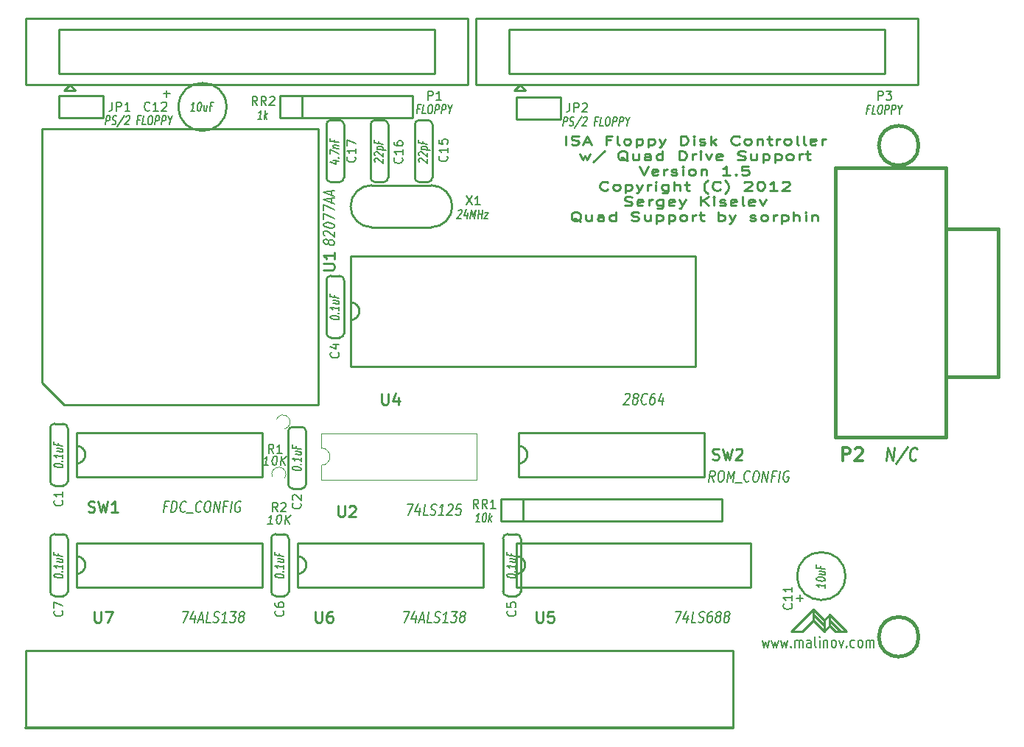
<source format=gto>
%TF.GenerationSoftware,KiCad,Pcbnew,(5.1.6-0)*%
%TF.CreationDate,2020-08-01T06:16:14-05:00*%
%TF.ProjectId,isa_fdc,6973615f-6664-4632-9e6b-696361645f70,rev?*%
%TF.SameCoordinates,Original*%
%TF.FileFunction,Legend,Top*%
%TF.FilePolarity,Positive*%
%FSLAX46Y46*%
G04 Gerber Fmt 4.6, Leading zero omitted, Abs format (unit mm)*
G04 Created by KiCad (PCBNEW (5.1.6-0)) date 2020-08-01 06:16:14*
%MOMM*%
%LPD*%
G01*
G04 APERTURE LIST*
%ADD10C,0.203200*%
%ADD11C,0.250000*%
%ADD12C,0.254000*%
%ADD13C,0.120000*%
%ADD14C,0.304800*%
%ADD15C,0.381000*%
%ADD16C,0.150000*%
%ADD17C,0.152400*%
G04 APERTURE END LIST*
D10*
X186263642Y-124187857D02*
X186457166Y-125034523D01*
X186650690Y-124429761D01*
X186844214Y-125034523D01*
X187037738Y-124187857D01*
X187328023Y-124187857D02*
X187521547Y-125034523D01*
X187715071Y-124429761D01*
X187908595Y-125034523D01*
X188102119Y-124187857D01*
X188392404Y-124187857D02*
X188585928Y-125034523D01*
X188779452Y-124429761D01*
X188972976Y-125034523D01*
X189166500Y-124187857D01*
X189553547Y-124913571D02*
X189601928Y-124974047D01*
X189553547Y-125034523D01*
X189505166Y-124974047D01*
X189553547Y-124913571D01*
X189553547Y-125034523D01*
X190037357Y-125034523D02*
X190037357Y-124187857D01*
X190037357Y-124308809D02*
X190085738Y-124248333D01*
X190182500Y-124187857D01*
X190327642Y-124187857D01*
X190424404Y-124248333D01*
X190472785Y-124369285D01*
X190472785Y-125034523D01*
X190472785Y-124369285D02*
X190521166Y-124248333D01*
X190617928Y-124187857D01*
X190763071Y-124187857D01*
X190859833Y-124248333D01*
X190908214Y-124369285D01*
X190908214Y-125034523D01*
X191827452Y-125034523D02*
X191827452Y-124369285D01*
X191779071Y-124248333D01*
X191682309Y-124187857D01*
X191488785Y-124187857D01*
X191392023Y-124248333D01*
X191827452Y-124974047D02*
X191730690Y-125034523D01*
X191488785Y-125034523D01*
X191392023Y-124974047D01*
X191343642Y-124853095D01*
X191343642Y-124732142D01*
X191392023Y-124611190D01*
X191488785Y-124550714D01*
X191730690Y-124550714D01*
X191827452Y-124490238D01*
X192456404Y-125034523D02*
X192359642Y-124974047D01*
X192311261Y-124853095D01*
X192311261Y-123764523D01*
X192843452Y-125034523D02*
X192843452Y-124187857D01*
X192843452Y-123764523D02*
X192795071Y-123825000D01*
X192843452Y-123885476D01*
X192891833Y-123825000D01*
X192843452Y-123764523D01*
X192843452Y-123885476D01*
X193327261Y-124187857D02*
X193327261Y-125034523D01*
X193327261Y-124308809D02*
X193375642Y-124248333D01*
X193472404Y-124187857D01*
X193617547Y-124187857D01*
X193714309Y-124248333D01*
X193762690Y-124369285D01*
X193762690Y-125034523D01*
X194391642Y-125034523D02*
X194294880Y-124974047D01*
X194246500Y-124913571D01*
X194198119Y-124792619D01*
X194198119Y-124429761D01*
X194246500Y-124308809D01*
X194294880Y-124248333D01*
X194391642Y-124187857D01*
X194536785Y-124187857D01*
X194633547Y-124248333D01*
X194681928Y-124308809D01*
X194730309Y-124429761D01*
X194730309Y-124792619D01*
X194681928Y-124913571D01*
X194633547Y-124974047D01*
X194536785Y-125034523D01*
X194391642Y-125034523D01*
X195068976Y-124187857D02*
X195310880Y-125034523D01*
X195552785Y-124187857D01*
X195939833Y-124913571D02*
X195988214Y-124974047D01*
X195939833Y-125034523D01*
X195891452Y-124974047D01*
X195939833Y-124913571D01*
X195939833Y-125034523D01*
X196859071Y-124974047D02*
X196762309Y-125034523D01*
X196568785Y-125034523D01*
X196472023Y-124974047D01*
X196423642Y-124913571D01*
X196375261Y-124792619D01*
X196375261Y-124429761D01*
X196423642Y-124308809D01*
X196472023Y-124248333D01*
X196568785Y-124187857D01*
X196762309Y-124187857D01*
X196859071Y-124248333D01*
X197439642Y-125034523D02*
X197342880Y-124974047D01*
X197294500Y-124913571D01*
X197246119Y-124792619D01*
X197246119Y-124429761D01*
X197294500Y-124308809D01*
X197342880Y-124248333D01*
X197439642Y-124187857D01*
X197584785Y-124187857D01*
X197681547Y-124248333D01*
X197729928Y-124308809D01*
X197778309Y-124429761D01*
X197778309Y-124792619D01*
X197729928Y-124913571D01*
X197681547Y-124974047D01*
X197584785Y-125034523D01*
X197439642Y-125034523D01*
X198213738Y-125034523D02*
X198213738Y-124187857D01*
X198213738Y-124308809D02*
X198262119Y-124248333D01*
X198358880Y-124187857D01*
X198504023Y-124187857D01*
X198600785Y-124248333D01*
X198649166Y-124369285D01*
X198649166Y-125034523D01*
X198649166Y-124369285D02*
X198697547Y-124248333D01*
X198794309Y-124187857D01*
X198939452Y-124187857D01*
X199036214Y-124248333D01*
X199084595Y-124369285D01*
X199084595Y-125034523D01*
D11*
X163659142Y-67207380D02*
X163659142Y-66207380D01*
X164312285Y-67159761D02*
X164530000Y-67207380D01*
X164892857Y-67207380D01*
X165038000Y-67159761D01*
X165110571Y-67112142D01*
X165183142Y-67016904D01*
X165183142Y-66921666D01*
X165110571Y-66826428D01*
X165038000Y-66778809D01*
X164892857Y-66731190D01*
X164602571Y-66683571D01*
X164457428Y-66635952D01*
X164384857Y-66588333D01*
X164312285Y-66493095D01*
X164312285Y-66397857D01*
X164384857Y-66302619D01*
X164457428Y-66255000D01*
X164602571Y-66207380D01*
X164965428Y-66207380D01*
X165183142Y-66255000D01*
X165763714Y-66921666D02*
X166489428Y-66921666D01*
X165618571Y-67207380D02*
X166126571Y-66207380D01*
X166634571Y-67207380D01*
X168811714Y-66683571D02*
X168303714Y-66683571D01*
X168303714Y-67207380D02*
X168303714Y-66207380D01*
X169029428Y-66207380D01*
X169827714Y-67207380D02*
X169682571Y-67159761D01*
X169610000Y-67064523D01*
X169610000Y-66207380D01*
X170626000Y-67207380D02*
X170480857Y-67159761D01*
X170408285Y-67112142D01*
X170335714Y-67016904D01*
X170335714Y-66731190D01*
X170408285Y-66635952D01*
X170480857Y-66588333D01*
X170626000Y-66540714D01*
X170843714Y-66540714D01*
X170988857Y-66588333D01*
X171061428Y-66635952D01*
X171134000Y-66731190D01*
X171134000Y-67016904D01*
X171061428Y-67112142D01*
X170988857Y-67159761D01*
X170843714Y-67207380D01*
X170626000Y-67207380D01*
X171787142Y-66540714D02*
X171787142Y-67540714D01*
X171787142Y-66588333D02*
X171932285Y-66540714D01*
X172222571Y-66540714D01*
X172367714Y-66588333D01*
X172440285Y-66635952D01*
X172512857Y-66731190D01*
X172512857Y-67016904D01*
X172440285Y-67112142D01*
X172367714Y-67159761D01*
X172222571Y-67207380D01*
X171932285Y-67207380D01*
X171787142Y-67159761D01*
X173166000Y-66540714D02*
X173166000Y-67540714D01*
X173166000Y-66588333D02*
X173311142Y-66540714D01*
X173601428Y-66540714D01*
X173746571Y-66588333D01*
X173819142Y-66635952D01*
X173891714Y-66731190D01*
X173891714Y-67016904D01*
X173819142Y-67112142D01*
X173746571Y-67159761D01*
X173601428Y-67207380D01*
X173311142Y-67207380D01*
X173166000Y-67159761D01*
X174399714Y-66540714D02*
X174762571Y-67207380D01*
X175125428Y-66540714D02*
X174762571Y-67207380D01*
X174617428Y-67445476D01*
X174544857Y-67493095D01*
X174399714Y-67540714D01*
X176867142Y-67207380D02*
X176867142Y-66207380D01*
X177230000Y-66207380D01*
X177447714Y-66255000D01*
X177592857Y-66350238D01*
X177665428Y-66445476D01*
X177738000Y-66635952D01*
X177738000Y-66778809D01*
X177665428Y-66969285D01*
X177592857Y-67064523D01*
X177447714Y-67159761D01*
X177230000Y-67207380D01*
X176867142Y-67207380D01*
X178391142Y-67207380D02*
X178391142Y-66540714D01*
X178391142Y-66207380D02*
X178318571Y-66255000D01*
X178391142Y-66302619D01*
X178463714Y-66255000D01*
X178391142Y-66207380D01*
X178391142Y-66302619D01*
X179044285Y-67159761D02*
X179189428Y-67207380D01*
X179479714Y-67207380D01*
X179624857Y-67159761D01*
X179697428Y-67064523D01*
X179697428Y-67016904D01*
X179624857Y-66921666D01*
X179479714Y-66874047D01*
X179262000Y-66874047D01*
X179116857Y-66826428D01*
X179044285Y-66731190D01*
X179044285Y-66683571D01*
X179116857Y-66588333D01*
X179262000Y-66540714D01*
X179479714Y-66540714D01*
X179624857Y-66588333D01*
X180350571Y-67207380D02*
X180350571Y-66207380D01*
X180495714Y-66826428D02*
X180931142Y-67207380D01*
X180931142Y-66540714D02*
X180350571Y-66921666D01*
X183616285Y-67112142D02*
X183543714Y-67159761D01*
X183326000Y-67207380D01*
X183180857Y-67207380D01*
X182963142Y-67159761D01*
X182818000Y-67064523D01*
X182745428Y-66969285D01*
X182672857Y-66778809D01*
X182672857Y-66635952D01*
X182745428Y-66445476D01*
X182818000Y-66350238D01*
X182963142Y-66255000D01*
X183180857Y-66207380D01*
X183326000Y-66207380D01*
X183543714Y-66255000D01*
X183616285Y-66302619D01*
X184487142Y-67207380D02*
X184342000Y-67159761D01*
X184269428Y-67112142D01*
X184196857Y-67016904D01*
X184196857Y-66731190D01*
X184269428Y-66635952D01*
X184342000Y-66588333D01*
X184487142Y-66540714D01*
X184704857Y-66540714D01*
X184850000Y-66588333D01*
X184922571Y-66635952D01*
X184995142Y-66731190D01*
X184995142Y-67016904D01*
X184922571Y-67112142D01*
X184850000Y-67159761D01*
X184704857Y-67207380D01*
X184487142Y-67207380D01*
X185648285Y-66540714D02*
X185648285Y-67207380D01*
X185648285Y-66635952D02*
X185720857Y-66588333D01*
X185866000Y-66540714D01*
X186083714Y-66540714D01*
X186228857Y-66588333D01*
X186301428Y-66683571D01*
X186301428Y-67207380D01*
X186809428Y-66540714D02*
X187390000Y-66540714D01*
X187027142Y-66207380D02*
X187027142Y-67064523D01*
X187099714Y-67159761D01*
X187244857Y-67207380D01*
X187390000Y-67207380D01*
X187898000Y-67207380D02*
X187898000Y-66540714D01*
X187898000Y-66731190D02*
X187970571Y-66635952D01*
X188043142Y-66588333D01*
X188188285Y-66540714D01*
X188333428Y-66540714D01*
X189059142Y-67207380D02*
X188914000Y-67159761D01*
X188841428Y-67112142D01*
X188768857Y-67016904D01*
X188768857Y-66731190D01*
X188841428Y-66635952D01*
X188914000Y-66588333D01*
X189059142Y-66540714D01*
X189276857Y-66540714D01*
X189422000Y-66588333D01*
X189494571Y-66635952D01*
X189567142Y-66731190D01*
X189567142Y-67016904D01*
X189494571Y-67112142D01*
X189422000Y-67159761D01*
X189276857Y-67207380D01*
X189059142Y-67207380D01*
X190438000Y-67207380D02*
X190292857Y-67159761D01*
X190220285Y-67064523D01*
X190220285Y-66207380D01*
X191236285Y-67207380D02*
X191091142Y-67159761D01*
X191018571Y-67064523D01*
X191018571Y-66207380D01*
X192397428Y-67159761D02*
X192252285Y-67207380D01*
X191961999Y-67207380D01*
X191816857Y-67159761D01*
X191744285Y-67064523D01*
X191744285Y-66683571D01*
X191816857Y-66588333D01*
X191961999Y-66540714D01*
X192252285Y-66540714D01*
X192397428Y-66588333D01*
X192469999Y-66683571D01*
X192469999Y-66778809D01*
X191744285Y-66874047D01*
X193123142Y-67207380D02*
X193123142Y-66540714D01*
X193123142Y-66731190D02*
X193195714Y-66635952D01*
X193268285Y-66588333D01*
X193413428Y-66540714D01*
X193558571Y-66540714D01*
X165292000Y-68290714D02*
X165582285Y-68957380D01*
X165872571Y-68481190D01*
X166162857Y-68957380D01*
X166453142Y-68290714D01*
X168122285Y-67909761D02*
X166816000Y-69195476D01*
X170807428Y-69052619D02*
X170662285Y-69005000D01*
X170517142Y-68909761D01*
X170299428Y-68766904D01*
X170154285Y-68719285D01*
X170009142Y-68719285D01*
X170081714Y-68957380D02*
X169936571Y-68909761D01*
X169791428Y-68814523D01*
X169718857Y-68624047D01*
X169718857Y-68290714D01*
X169791428Y-68100238D01*
X169936571Y-68005000D01*
X170081714Y-67957380D01*
X170372000Y-67957380D01*
X170517142Y-68005000D01*
X170662285Y-68100238D01*
X170734857Y-68290714D01*
X170734857Y-68624047D01*
X170662285Y-68814523D01*
X170517142Y-68909761D01*
X170372000Y-68957380D01*
X170081714Y-68957380D01*
X172041142Y-68290714D02*
X172041142Y-68957380D01*
X171388000Y-68290714D02*
X171388000Y-68814523D01*
X171460571Y-68909761D01*
X171605714Y-68957380D01*
X171823428Y-68957380D01*
X171968571Y-68909761D01*
X172041142Y-68862142D01*
X173420000Y-68957380D02*
X173420000Y-68433571D01*
X173347428Y-68338333D01*
X173202285Y-68290714D01*
X172912000Y-68290714D01*
X172766857Y-68338333D01*
X173420000Y-68909761D02*
X173274857Y-68957380D01*
X172912000Y-68957380D01*
X172766857Y-68909761D01*
X172694285Y-68814523D01*
X172694285Y-68719285D01*
X172766857Y-68624047D01*
X172912000Y-68576428D01*
X173274857Y-68576428D01*
X173420000Y-68528809D01*
X174798857Y-68957380D02*
X174798857Y-67957380D01*
X174798857Y-68909761D02*
X174653714Y-68957380D01*
X174363428Y-68957380D01*
X174218285Y-68909761D01*
X174145714Y-68862142D01*
X174073142Y-68766904D01*
X174073142Y-68481190D01*
X174145714Y-68385952D01*
X174218285Y-68338333D01*
X174363428Y-68290714D01*
X174653714Y-68290714D01*
X174798857Y-68338333D01*
X176685714Y-68957380D02*
X176685714Y-67957380D01*
X177048571Y-67957380D01*
X177266285Y-68005000D01*
X177411428Y-68100238D01*
X177484000Y-68195476D01*
X177556571Y-68385952D01*
X177556571Y-68528809D01*
X177484000Y-68719285D01*
X177411428Y-68814523D01*
X177266285Y-68909761D01*
X177048571Y-68957380D01*
X176685714Y-68957380D01*
X178209714Y-68957380D02*
X178209714Y-68290714D01*
X178209714Y-68481190D02*
X178282285Y-68385952D01*
X178354857Y-68338333D01*
X178500000Y-68290714D01*
X178645142Y-68290714D01*
X179153142Y-68957380D02*
X179153142Y-68290714D01*
X179153142Y-67957380D02*
X179080571Y-68005000D01*
X179153142Y-68052619D01*
X179225714Y-68005000D01*
X179153142Y-67957380D01*
X179153142Y-68052619D01*
X179733714Y-68290714D02*
X180096571Y-68957380D01*
X180459428Y-68290714D01*
X181620571Y-68909761D02*
X181475428Y-68957380D01*
X181185142Y-68957380D01*
X181040000Y-68909761D01*
X180967428Y-68814523D01*
X180967428Y-68433571D01*
X181040000Y-68338333D01*
X181185142Y-68290714D01*
X181475428Y-68290714D01*
X181620571Y-68338333D01*
X181693142Y-68433571D01*
X181693142Y-68528809D01*
X180967428Y-68624047D01*
X183434857Y-68909761D02*
X183652571Y-68957380D01*
X184015428Y-68957380D01*
X184160571Y-68909761D01*
X184233142Y-68862142D01*
X184305714Y-68766904D01*
X184305714Y-68671666D01*
X184233142Y-68576428D01*
X184160571Y-68528809D01*
X184015428Y-68481190D01*
X183725142Y-68433571D01*
X183580000Y-68385952D01*
X183507428Y-68338333D01*
X183434857Y-68243095D01*
X183434857Y-68147857D01*
X183507428Y-68052619D01*
X183580000Y-68005000D01*
X183725142Y-67957380D01*
X184088000Y-67957380D01*
X184305714Y-68005000D01*
X185612000Y-68290714D02*
X185612000Y-68957380D01*
X184958857Y-68290714D02*
X184958857Y-68814523D01*
X185031428Y-68909761D01*
X185176571Y-68957380D01*
X185394285Y-68957380D01*
X185539428Y-68909761D01*
X185612000Y-68862142D01*
X186337714Y-68290714D02*
X186337714Y-69290714D01*
X186337714Y-68338333D02*
X186482857Y-68290714D01*
X186773142Y-68290714D01*
X186918285Y-68338333D01*
X186990857Y-68385952D01*
X187063428Y-68481190D01*
X187063428Y-68766904D01*
X186990857Y-68862142D01*
X186918285Y-68909761D01*
X186773142Y-68957380D01*
X186482857Y-68957380D01*
X186337714Y-68909761D01*
X187716571Y-68290714D02*
X187716571Y-69290714D01*
X187716571Y-68338333D02*
X187861714Y-68290714D01*
X188151999Y-68290714D01*
X188297142Y-68338333D01*
X188369714Y-68385952D01*
X188442285Y-68481190D01*
X188442285Y-68766904D01*
X188369714Y-68862142D01*
X188297142Y-68909761D01*
X188151999Y-68957380D01*
X187861714Y-68957380D01*
X187716571Y-68909761D01*
X189313142Y-68957380D02*
X189167999Y-68909761D01*
X189095428Y-68862142D01*
X189022857Y-68766904D01*
X189022857Y-68481190D01*
X189095428Y-68385952D01*
X189167999Y-68338333D01*
X189313142Y-68290714D01*
X189530857Y-68290714D01*
X189675999Y-68338333D01*
X189748571Y-68385952D01*
X189821142Y-68481190D01*
X189821142Y-68766904D01*
X189748571Y-68862142D01*
X189675999Y-68909761D01*
X189530857Y-68957380D01*
X189313142Y-68957380D01*
X190474285Y-68957380D02*
X190474285Y-68290714D01*
X190474285Y-68481190D02*
X190546857Y-68385952D01*
X190619428Y-68338333D01*
X190764571Y-68290714D01*
X190909714Y-68290714D01*
X191199999Y-68290714D02*
X191780571Y-68290714D01*
X191417714Y-67957380D02*
X191417714Y-68814523D01*
X191490285Y-68909761D01*
X191635428Y-68957380D01*
X191780571Y-68957380D01*
X172113714Y-69707380D02*
X172621714Y-70707380D01*
X173129714Y-69707380D01*
X174218285Y-70659761D02*
X174073142Y-70707380D01*
X173782857Y-70707380D01*
X173637714Y-70659761D01*
X173565142Y-70564523D01*
X173565142Y-70183571D01*
X173637714Y-70088333D01*
X173782857Y-70040714D01*
X174073142Y-70040714D01*
X174218285Y-70088333D01*
X174290857Y-70183571D01*
X174290857Y-70278809D01*
X173565142Y-70374047D01*
X174944000Y-70707380D02*
X174944000Y-70040714D01*
X174944000Y-70231190D02*
X175016571Y-70135952D01*
X175089142Y-70088333D01*
X175234285Y-70040714D01*
X175379428Y-70040714D01*
X175814857Y-70659761D02*
X175960000Y-70707380D01*
X176250285Y-70707380D01*
X176395428Y-70659761D01*
X176468000Y-70564523D01*
X176468000Y-70516904D01*
X176395428Y-70421666D01*
X176250285Y-70374047D01*
X176032571Y-70374047D01*
X175887428Y-70326428D01*
X175814857Y-70231190D01*
X175814857Y-70183571D01*
X175887428Y-70088333D01*
X176032571Y-70040714D01*
X176250285Y-70040714D01*
X176395428Y-70088333D01*
X177121142Y-70707380D02*
X177121142Y-70040714D01*
X177121142Y-69707380D02*
X177048571Y-69755000D01*
X177121142Y-69802619D01*
X177193714Y-69755000D01*
X177121142Y-69707380D01*
X177121142Y-69802619D01*
X178064571Y-70707380D02*
X177919428Y-70659761D01*
X177846857Y-70612142D01*
X177774285Y-70516904D01*
X177774285Y-70231190D01*
X177846857Y-70135952D01*
X177919428Y-70088333D01*
X178064571Y-70040714D01*
X178282285Y-70040714D01*
X178427428Y-70088333D01*
X178500000Y-70135952D01*
X178572571Y-70231190D01*
X178572571Y-70516904D01*
X178500000Y-70612142D01*
X178427428Y-70659761D01*
X178282285Y-70707380D01*
X178064571Y-70707380D01*
X179225714Y-70040714D02*
X179225714Y-70707380D01*
X179225714Y-70135952D02*
X179298285Y-70088333D01*
X179443428Y-70040714D01*
X179661142Y-70040714D01*
X179806285Y-70088333D01*
X179878857Y-70183571D01*
X179878857Y-70707380D01*
X182564000Y-70707380D02*
X181693142Y-70707380D01*
X182128571Y-70707380D02*
X182128571Y-69707380D01*
X181983428Y-69850238D01*
X181838285Y-69945476D01*
X181693142Y-69993095D01*
X183217142Y-70612142D02*
X183289714Y-70659761D01*
X183217142Y-70707380D01*
X183144571Y-70659761D01*
X183217142Y-70612142D01*
X183217142Y-70707380D01*
X184668571Y-69707380D02*
X183942857Y-69707380D01*
X183870285Y-70183571D01*
X183942857Y-70135952D01*
X184088000Y-70088333D01*
X184450857Y-70088333D01*
X184596000Y-70135952D01*
X184668571Y-70183571D01*
X184741142Y-70278809D01*
X184741142Y-70516904D01*
X184668571Y-70612142D01*
X184596000Y-70659761D01*
X184450857Y-70707380D01*
X184088000Y-70707380D01*
X183942857Y-70659761D01*
X183870285Y-70612142D01*
X168521428Y-72362142D02*
X168448857Y-72409761D01*
X168231142Y-72457380D01*
X168086000Y-72457380D01*
X167868285Y-72409761D01*
X167723142Y-72314523D01*
X167650571Y-72219285D01*
X167578000Y-72028809D01*
X167578000Y-71885952D01*
X167650571Y-71695476D01*
X167723142Y-71600238D01*
X167868285Y-71505000D01*
X168086000Y-71457380D01*
X168231142Y-71457380D01*
X168448857Y-71505000D01*
X168521428Y-71552619D01*
X169392285Y-72457380D02*
X169247142Y-72409761D01*
X169174571Y-72362142D01*
X169102000Y-72266904D01*
X169102000Y-71981190D01*
X169174571Y-71885952D01*
X169247142Y-71838333D01*
X169392285Y-71790714D01*
X169610000Y-71790714D01*
X169755142Y-71838333D01*
X169827714Y-71885952D01*
X169900285Y-71981190D01*
X169900285Y-72266904D01*
X169827714Y-72362142D01*
X169755142Y-72409761D01*
X169610000Y-72457380D01*
X169392285Y-72457380D01*
X170553428Y-71790714D02*
X170553428Y-72790714D01*
X170553428Y-71838333D02*
X170698571Y-71790714D01*
X170988857Y-71790714D01*
X171134000Y-71838333D01*
X171206571Y-71885952D01*
X171279142Y-71981190D01*
X171279142Y-72266904D01*
X171206571Y-72362142D01*
X171134000Y-72409761D01*
X170988857Y-72457380D01*
X170698571Y-72457380D01*
X170553428Y-72409761D01*
X171787142Y-71790714D02*
X172150000Y-72457380D01*
X172512857Y-71790714D02*
X172150000Y-72457380D01*
X172004857Y-72695476D01*
X171932285Y-72743095D01*
X171787142Y-72790714D01*
X173093428Y-72457380D02*
X173093428Y-71790714D01*
X173093428Y-71981190D02*
X173166000Y-71885952D01*
X173238571Y-71838333D01*
X173383714Y-71790714D01*
X173528857Y-71790714D01*
X174036857Y-72457380D02*
X174036857Y-71790714D01*
X174036857Y-71457380D02*
X173964285Y-71505000D01*
X174036857Y-71552619D01*
X174109428Y-71505000D01*
X174036857Y-71457380D01*
X174036857Y-71552619D01*
X175415714Y-71790714D02*
X175415714Y-72600238D01*
X175343142Y-72695476D01*
X175270571Y-72743095D01*
X175125428Y-72790714D01*
X174907714Y-72790714D01*
X174762571Y-72743095D01*
X175415714Y-72409761D02*
X175270571Y-72457380D01*
X174980285Y-72457380D01*
X174835142Y-72409761D01*
X174762571Y-72362142D01*
X174690000Y-72266904D01*
X174690000Y-71981190D01*
X174762571Y-71885952D01*
X174835142Y-71838333D01*
X174980285Y-71790714D01*
X175270571Y-71790714D01*
X175415714Y-71838333D01*
X176141428Y-72457380D02*
X176141428Y-71457380D01*
X176794571Y-72457380D02*
X176794571Y-71933571D01*
X176722000Y-71838333D01*
X176576857Y-71790714D01*
X176359142Y-71790714D01*
X176214000Y-71838333D01*
X176141428Y-71885952D01*
X177302571Y-71790714D02*
X177883142Y-71790714D01*
X177520285Y-71457380D02*
X177520285Y-72314523D01*
X177592857Y-72409761D01*
X177738000Y-72457380D01*
X177883142Y-72457380D01*
X179987714Y-72838333D02*
X179915142Y-72790714D01*
X179770000Y-72647857D01*
X179697428Y-72552619D01*
X179624857Y-72409761D01*
X179552285Y-72171666D01*
X179552285Y-71981190D01*
X179624857Y-71743095D01*
X179697428Y-71600238D01*
X179770000Y-71505000D01*
X179915142Y-71362142D01*
X179987714Y-71314523D01*
X181439142Y-72362142D02*
X181366571Y-72409761D01*
X181148857Y-72457380D01*
X181003714Y-72457380D01*
X180786000Y-72409761D01*
X180640857Y-72314523D01*
X180568285Y-72219285D01*
X180495714Y-72028809D01*
X180495714Y-71885952D01*
X180568285Y-71695476D01*
X180640857Y-71600238D01*
X180786000Y-71505000D01*
X181003714Y-71457380D01*
X181148857Y-71457380D01*
X181366571Y-71505000D01*
X181439142Y-71552619D01*
X181947142Y-72838333D02*
X182019714Y-72790714D01*
X182164857Y-72647857D01*
X182237428Y-72552619D01*
X182310000Y-72409761D01*
X182382571Y-72171666D01*
X182382571Y-71981190D01*
X182310000Y-71743095D01*
X182237428Y-71600238D01*
X182164857Y-71505000D01*
X182019714Y-71362142D01*
X181947142Y-71314523D01*
X184196857Y-71552619D02*
X184269428Y-71505000D01*
X184414571Y-71457380D01*
X184777428Y-71457380D01*
X184922571Y-71505000D01*
X184995142Y-71552619D01*
X185067714Y-71647857D01*
X185067714Y-71743095D01*
X184995142Y-71885952D01*
X184124285Y-72457380D01*
X185067714Y-72457380D01*
X186011142Y-71457380D02*
X186156285Y-71457380D01*
X186301428Y-71505000D01*
X186374000Y-71552619D01*
X186446571Y-71647857D01*
X186519142Y-71838333D01*
X186519142Y-72076428D01*
X186446571Y-72266904D01*
X186374000Y-72362142D01*
X186301428Y-72409761D01*
X186156285Y-72457380D01*
X186011142Y-72457380D01*
X185866000Y-72409761D01*
X185793428Y-72362142D01*
X185720857Y-72266904D01*
X185648285Y-72076428D01*
X185648285Y-71838333D01*
X185720857Y-71647857D01*
X185793428Y-71552619D01*
X185866000Y-71505000D01*
X186011142Y-71457380D01*
X187970571Y-72457380D02*
X187099714Y-72457380D01*
X187535142Y-72457380D02*
X187535142Y-71457380D01*
X187390000Y-71600238D01*
X187244857Y-71695476D01*
X187099714Y-71743095D01*
X188551142Y-71552619D02*
X188623714Y-71505000D01*
X188768857Y-71457380D01*
X189131714Y-71457380D01*
X189276857Y-71505000D01*
X189349428Y-71552619D01*
X189422000Y-71647857D01*
X189422000Y-71743095D01*
X189349428Y-71885952D01*
X188478571Y-72457380D01*
X189422000Y-72457380D01*
X170408285Y-74159761D02*
X170626000Y-74207380D01*
X170988857Y-74207380D01*
X171134000Y-74159761D01*
X171206571Y-74112142D01*
X171279142Y-74016904D01*
X171279142Y-73921666D01*
X171206571Y-73826428D01*
X171134000Y-73778809D01*
X170988857Y-73731190D01*
X170698571Y-73683571D01*
X170553428Y-73635952D01*
X170480857Y-73588333D01*
X170408285Y-73493095D01*
X170408285Y-73397857D01*
X170480857Y-73302619D01*
X170553428Y-73255000D01*
X170698571Y-73207380D01*
X171061428Y-73207380D01*
X171279142Y-73255000D01*
X172512857Y-74159761D02*
X172367714Y-74207380D01*
X172077428Y-74207380D01*
X171932285Y-74159761D01*
X171859714Y-74064523D01*
X171859714Y-73683571D01*
X171932285Y-73588333D01*
X172077428Y-73540714D01*
X172367714Y-73540714D01*
X172512857Y-73588333D01*
X172585428Y-73683571D01*
X172585428Y-73778809D01*
X171859714Y-73874047D01*
X173238571Y-74207380D02*
X173238571Y-73540714D01*
X173238571Y-73731190D02*
X173311142Y-73635952D01*
X173383714Y-73588333D01*
X173528857Y-73540714D01*
X173674000Y-73540714D01*
X174835142Y-73540714D02*
X174835142Y-74350238D01*
X174762571Y-74445476D01*
X174690000Y-74493095D01*
X174544857Y-74540714D01*
X174327142Y-74540714D01*
X174182000Y-74493095D01*
X174835142Y-74159761D02*
X174690000Y-74207380D01*
X174399714Y-74207380D01*
X174254571Y-74159761D01*
X174182000Y-74112142D01*
X174109428Y-74016904D01*
X174109428Y-73731190D01*
X174182000Y-73635952D01*
X174254571Y-73588333D01*
X174399714Y-73540714D01*
X174690000Y-73540714D01*
X174835142Y-73588333D01*
X176141428Y-74159761D02*
X175996285Y-74207380D01*
X175706000Y-74207380D01*
X175560857Y-74159761D01*
X175488285Y-74064523D01*
X175488285Y-73683571D01*
X175560857Y-73588333D01*
X175706000Y-73540714D01*
X175996285Y-73540714D01*
X176141428Y-73588333D01*
X176214000Y-73683571D01*
X176214000Y-73778809D01*
X175488285Y-73874047D01*
X176722000Y-73540714D02*
X177084857Y-74207380D01*
X177447714Y-73540714D02*
X177084857Y-74207380D01*
X176939714Y-74445476D01*
X176867142Y-74493095D01*
X176722000Y-74540714D01*
X179189428Y-74207380D02*
X179189428Y-73207380D01*
X180060285Y-74207380D02*
X179407142Y-73635952D01*
X180060285Y-73207380D02*
X179189428Y-73778809D01*
X180713428Y-74207380D02*
X180713428Y-73540714D01*
X180713428Y-73207380D02*
X180640857Y-73255000D01*
X180713428Y-73302619D01*
X180786000Y-73255000D01*
X180713428Y-73207380D01*
X180713428Y-73302619D01*
X181366571Y-74159761D02*
X181511714Y-74207380D01*
X181802000Y-74207380D01*
X181947142Y-74159761D01*
X182019714Y-74064523D01*
X182019714Y-74016904D01*
X181947142Y-73921666D01*
X181802000Y-73874047D01*
X181584285Y-73874047D01*
X181439142Y-73826428D01*
X181366571Y-73731190D01*
X181366571Y-73683571D01*
X181439142Y-73588333D01*
X181584285Y-73540714D01*
X181802000Y-73540714D01*
X181947142Y-73588333D01*
X183253428Y-74159761D02*
X183108285Y-74207380D01*
X182818000Y-74207380D01*
X182672857Y-74159761D01*
X182600285Y-74064523D01*
X182600285Y-73683571D01*
X182672857Y-73588333D01*
X182818000Y-73540714D01*
X183108285Y-73540714D01*
X183253428Y-73588333D01*
X183326000Y-73683571D01*
X183326000Y-73778809D01*
X182600285Y-73874047D01*
X184196857Y-74207380D02*
X184051714Y-74159761D01*
X183979142Y-74064523D01*
X183979142Y-73207380D01*
X185358000Y-74159761D02*
X185212857Y-74207380D01*
X184922571Y-74207380D01*
X184777428Y-74159761D01*
X184704857Y-74064523D01*
X184704857Y-73683571D01*
X184777428Y-73588333D01*
X184922571Y-73540714D01*
X185212857Y-73540714D01*
X185358000Y-73588333D01*
X185430571Y-73683571D01*
X185430571Y-73778809D01*
X184704857Y-73874047D01*
X185938571Y-73540714D02*
X186301428Y-74207380D01*
X186664285Y-73540714D01*
X165400857Y-76052619D02*
X165255714Y-76005000D01*
X165110571Y-75909761D01*
X164892857Y-75766904D01*
X164747714Y-75719285D01*
X164602571Y-75719285D01*
X164675142Y-75957380D02*
X164530000Y-75909761D01*
X164384857Y-75814523D01*
X164312285Y-75624047D01*
X164312285Y-75290714D01*
X164384857Y-75100238D01*
X164530000Y-75005000D01*
X164675142Y-74957380D01*
X164965428Y-74957380D01*
X165110571Y-75005000D01*
X165255714Y-75100238D01*
X165328285Y-75290714D01*
X165328285Y-75624047D01*
X165255714Y-75814523D01*
X165110571Y-75909761D01*
X164965428Y-75957380D01*
X164675142Y-75957380D01*
X166634571Y-75290714D02*
X166634571Y-75957380D01*
X165981428Y-75290714D02*
X165981428Y-75814523D01*
X166054000Y-75909761D01*
X166199142Y-75957380D01*
X166416857Y-75957380D01*
X166562000Y-75909761D01*
X166634571Y-75862142D01*
X168013428Y-75957380D02*
X168013428Y-75433571D01*
X167940857Y-75338333D01*
X167795714Y-75290714D01*
X167505428Y-75290714D01*
X167360285Y-75338333D01*
X168013428Y-75909761D02*
X167868285Y-75957380D01*
X167505428Y-75957380D01*
X167360285Y-75909761D01*
X167287714Y-75814523D01*
X167287714Y-75719285D01*
X167360285Y-75624047D01*
X167505428Y-75576428D01*
X167868285Y-75576428D01*
X168013428Y-75528809D01*
X169392285Y-75957380D02*
X169392285Y-74957380D01*
X169392285Y-75909761D02*
X169247142Y-75957380D01*
X168956857Y-75957380D01*
X168811714Y-75909761D01*
X168739142Y-75862142D01*
X168666571Y-75766904D01*
X168666571Y-75481190D01*
X168739142Y-75385952D01*
X168811714Y-75338333D01*
X168956857Y-75290714D01*
X169247142Y-75290714D01*
X169392285Y-75338333D01*
X171206571Y-75909761D02*
X171424285Y-75957380D01*
X171787142Y-75957380D01*
X171932285Y-75909761D01*
X172004857Y-75862142D01*
X172077428Y-75766904D01*
X172077428Y-75671666D01*
X172004857Y-75576428D01*
X171932285Y-75528809D01*
X171787142Y-75481190D01*
X171496857Y-75433571D01*
X171351714Y-75385952D01*
X171279142Y-75338333D01*
X171206571Y-75243095D01*
X171206571Y-75147857D01*
X171279142Y-75052619D01*
X171351714Y-75005000D01*
X171496857Y-74957380D01*
X171859714Y-74957380D01*
X172077428Y-75005000D01*
X173383714Y-75290714D02*
X173383714Y-75957380D01*
X172730571Y-75290714D02*
X172730571Y-75814523D01*
X172803142Y-75909761D01*
X172948285Y-75957380D01*
X173166000Y-75957380D01*
X173311142Y-75909761D01*
X173383714Y-75862142D01*
X174109428Y-75290714D02*
X174109428Y-76290714D01*
X174109428Y-75338333D02*
X174254571Y-75290714D01*
X174544857Y-75290714D01*
X174690000Y-75338333D01*
X174762571Y-75385952D01*
X174835142Y-75481190D01*
X174835142Y-75766904D01*
X174762571Y-75862142D01*
X174690000Y-75909761D01*
X174544857Y-75957380D01*
X174254571Y-75957380D01*
X174109428Y-75909761D01*
X175488285Y-75290714D02*
X175488285Y-76290714D01*
X175488285Y-75338333D02*
X175633428Y-75290714D01*
X175923714Y-75290714D01*
X176068857Y-75338333D01*
X176141428Y-75385952D01*
X176214000Y-75481190D01*
X176214000Y-75766904D01*
X176141428Y-75862142D01*
X176068857Y-75909761D01*
X175923714Y-75957380D01*
X175633428Y-75957380D01*
X175488285Y-75909761D01*
X177084857Y-75957380D02*
X176939714Y-75909761D01*
X176867142Y-75862142D01*
X176794571Y-75766904D01*
X176794571Y-75481190D01*
X176867142Y-75385952D01*
X176939714Y-75338333D01*
X177084857Y-75290714D01*
X177302571Y-75290714D01*
X177447714Y-75338333D01*
X177520285Y-75385952D01*
X177592857Y-75481190D01*
X177592857Y-75766904D01*
X177520285Y-75862142D01*
X177447714Y-75909761D01*
X177302571Y-75957380D01*
X177084857Y-75957380D01*
X178246000Y-75957380D02*
X178246000Y-75290714D01*
X178246000Y-75481190D02*
X178318571Y-75385952D01*
X178391142Y-75338333D01*
X178536285Y-75290714D01*
X178681428Y-75290714D01*
X178971714Y-75290714D02*
X179552285Y-75290714D01*
X179189428Y-74957380D02*
X179189428Y-75814523D01*
X179262000Y-75909761D01*
X179407142Y-75957380D01*
X179552285Y-75957380D01*
X181221428Y-75957380D02*
X181221428Y-74957380D01*
X181221428Y-75338333D02*
X181366571Y-75290714D01*
X181656857Y-75290714D01*
X181802000Y-75338333D01*
X181874571Y-75385952D01*
X181947142Y-75481190D01*
X181947142Y-75766904D01*
X181874571Y-75862142D01*
X181802000Y-75909761D01*
X181656857Y-75957380D01*
X181366571Y-75957380D01*
X181221428Y-75909761D01*
X182455142Y-75290714D02*
X182818000Y-75957380D01*
X183180857Y-75290714D02*
X182818000Y-75957380D01*
X182672857Y-76195476D01*
X182600285Y-76243095D01*
X182455142Y-76290714D01*
X184850000Y-75909761D02*
X184995142Y-75957380D01*
X185285428Y-75957380D01*
X185430571Y-75909761D01*
X185503142Y-75814523D01*
X185503142Y-75766904D01*
X185430571Y-75671666D01*
X185285428Y-75624047D01*
X185067714Y-75624047D01*
X184922571Y-75576428D01*
X184850000Y-75481190D01*
X184850000Y-75433571D01*
X184922571Y-75338333D01*
X185067714Y-75290714D01*
X185285428Y-75290714D01*
X185430571Y-75338333D01*
X186374000Y-75957380D02*
X186228857Y-75909761D01*
X186156285Y-75862142D01*
X186083714Y-75766904D01*
X186083714Y-75481190D01*
X186156285Y-75385952D01*
X186228857Y-75338333D01*
X186374000Y-75290714D01*
X186591714Y-75290714D01*
X186736857Y-75338333D01*
X186809428Y-75385952D01*
X186882000Y-75481190D01*
X186882000Y-75766904D01*
X186809428Y-75862142D01*
X186736857Y-75909761D01*
X186591714Y-75957380D01*
X186374000Y-75957380D01*
X187535142Y-75957380D02*
X187535142Y-75290714D01*
X187535142Y-75481190D02*
X187607714Y-75385952D01*
X187680285Y-75338333D01*
X187825428Y-75290714D01*
X187970571Y-75290714D01*
X188478571Y-75290714D02*
X188478571Y-76290714D01*
X188478571Y-75338333D02*
X188623714Y-75290714D01*
X188914000Y-75290714D01*
X189059142Y-75338333D01*
X189131714Y-75385952D01*
X189204285Y-75481190D01*
X189204285Y-75766904D01*
X189131714Y-75862142D01*
X189059142Y-75909761D01*
X188914000Y-75957380D01*
X188623714Y-75957380D01*
X188478571Y-75909761D01*
X189857428Y-75957380D02*
X189857428Y-74957380D01*
X190510571Y-75957380D02*
X190510571Y-75433571D01*
X190438000Y-75338333D01*
X190292857Y-75290714D01*
X190075142Y-75290714D01*
X189930000Y-75338333D01*
X189857428Y-75385952D01*
X191236285Y-75957380D02*
X191236285Y-75290714D01*
X191236285Y-74957380D02*
X191163714Y-75005000D01*
X191236285Y-75052619D01*
X191308857Y-75005000D01*
X191236285Y-74957380D01*
X191236285Y-75052619D01*
X191962000Y-75290714D02*
X191962000Y-75957380D01*
X191962000Y-75385952D02*
X192034571Y-75338333D01*
X192179714Y-75290714D01*
X192397428Y-75290714D01*
X192542571Y-75338333D01*
X192615142Y-75433571D01*
X192615142Y-75957380D01*
D12*
X193992500Y-121920000D02*
X195262500Y-123190000D01*
X192087500Y-121285000D02*
X193357500Y-122555000D01*
X193992500Y-121285000D02*
X193992500Y-122555000D01*
X193357500Y-121920000D02*
X193357500Y-123190000D01*
X192087500Y-120650000D02*
X192087500Y-121920000D01*
X190817500Y-123190000D02*
X189547500Y-123190000D01*
X192087500Y-121920000D02*
X190817500Y-123190000D01*
X193357500Y-123190000D02*
X192087500Y-121920000D01*
X193992500Y-122555000D02*
X193357500Y-123190000D01*
X194627500Y-123190000D02*
X193992500Y-122555000D01*
X195897500Y-123190000D02*
X194627500Y-123190000D01*
X193992500Y-121285000D02*
X195897500Y-123190000D01*
X193357500Y-121920000D02*
X193992500Y-121285000D01*
X192087500Y-120650000D02*
X193357500Y-121920000D01*
X189547500Y-123190000D02*
X192087500Y-120650000D01*
D13*
%TO.C,R2*%
X129940641Y-105440095D02*
G75*
G02*
X131390000Y-105537133I749359J320095D01*
G01*
%TO.C,R1*%
X130413782Y-98806464D02*
G75*
G02*
X131370017Y-99899932I756218J-303536D01*
G01*
%TO.C,U2*%
X135550000Y-100450000D02*
X135550000Y-102100000D01*
X153450000Y-100450000D02*
X135550000Y-100450000D01*
X153450000Y-105750000D02*
X153450000Y-100450000D01*
X135550000Y-105750000D02*
X153450000Y-105750000D01*
X135550000Y-104100000D02*
X135550000Y-105750000D01*
X135550000Y-102100000D02*
G75*
G02*
X135550000Y-104100000I0J-1000000D01*
G01*
D12*
%TO.C,C2*%
X132282000Y-99664000D02*
X133298000Y-99664000D01*
X133806000Y-100172000D02*
X133806000Y-106268000D01*
X131774000Y-100172000D02*
X131774000Y-106268000D01*
X132282000Y-106776000D02*
X133298000Y-106776000D01*
X131774000Y-106268000D02*
G75*
G03*
X132282000Y-106776000I508000J0D01*
G01*
X133298000Y-106776000D02*
G75*
G03*
X133806000Y-106268000I0J508000D01*
G01*
X132282000Y-99664000D02*
G75*
G03*
X131774000Y-100172000I0J-508000D01*
G01*
X133806000Y-100172000D02*
G75*
G03*
X133298000Y-99664000I-508000J0D01*
G01*
%TO.C,SW1*%
X107442000Y-105410000D02*
X107442000Y-100330000D01*
X128778000Y-105410000D02*
X107442000Y-105410000D01*
X128778000Y-100330000D02*
X128778000Y-105410000D01*
X107442000Y-100330000D02*
X128778000Y-100330000D01*
X107442000Y-103886000D02*
G75*
G03*
X108458000Y-102870000I0J1016000D01*
G01*
X108458000Y-102870000D02*
G75*
G03*
X107442000Y-101854000I-1016000J0D01*
G01*
%TO.C,BUS1*%
X182880000Y-125412500D02*
X182880000Y-134302500D01*
D14*
X182880000Y-134302500D02*
X101600000Y-134302500D01*
D12*
X182880000Y-125412500D02*
X101600000Y-125412500D01*
X101600000Y-134302500D02*
X101600000Y-125412500D01*
%TO.C,JP2*%
X163070000Y-64250000D02*
X163070000Y-61710000D01*
X157990000Y-61710000D02*
X157990000Y-64250000D01*
X157990000Y-61710000D02*
X163070000Y-61710000D01*
X163070000Y-64250000D02*
X157990000Y-64250000D01*
%TO.C,P3*%
X157745000Y-60970000D02*
X158380000Y-60335000D01*
X158380000Y-60335000D02*
X159015000Y-60970000D01*
X159015000Y-60970000D02*
X157745000Y-60970000D01*
X153300000Y-52715000D02*
X204100000Y-52715000D01*
X204100000Y-52715000D02*
X204100000Y-60335000D01*
X204100000Y-60335000D02*
X153300000Y-60335000D01*
X153300000Y-60335000D02*
X153300000Y-52715000D01*
X157110000Y-59065000D02*
X200290000Y-59065000D01*
X200290000Y-53985000D02*
X157110000Y-53985000D01*
X157110000Y-59065000D02*
X157110000Y-53985000D01*
X200290000Y-53985000D02*
X200290000Y-59065000D01*
D15*
%TO.C,HOLE1*%
X204216000Y-67310000D02*
G75*
G03*
X204216000Y-67310000I-2286000J0D01*
G01*
%TO.C,HOLE2*%
X204216000Y-123825000D02*
G75*
G03*
X204216000Y-123825000I-2286000J0D01*
G01*
D12*
%TO.C,C11*%
X195790820Y-116840000D02*
G75*
G03*
X195790820Y-116840000I-2750820J0D01*
G01*
%TO.C,C12*%
X124670820Y-62865000D02*
G75*
G03*
X124670820Y-62865000I-2750820J0D01*
G01*
%TO.C,U5*%
X157988000Y-118110000D02*
X157988000Y-113030000D01*
X184912000Y-118110000D02*
X157988000Y-118110000D01*
X184912000Y-113030000D02*
X184912000Y-118110000D01*
X157988000Y-113030000D02*
X184912000Y-113030000D01*
X157988000Y-116586000D02*
G75*
G03*
X159004000Y-115570000I0J1016000D01*
G01*
X159004000Y-115570000D02*
G75*
G03*
X157988000Y-114554000I-1016000J0D01*
G01*
%TO.C,U7*%
X107442000Y-118110000D02*
X107442000Y-113030000D01*
X128778000Y-118110000D02*
X107442000Y-118110000D01*
X128778000Y-113030000D02*
X128778000Y-118110000D01*
X107442000Y-113030000D02*
X128778000Y-113030000D01*
X107442000Y-116586000D02*
G75*
G03*
X108458000Y-115570000I0J1016000D01*
G01*
X108458000Y-115570000D02*
G75*
G03*
X107442000Y-114554000I-1016000J0D01*
G01*
%TO.C,U6*%
X132842000Y-118110000D02*
X132842000Y-113030000D01*
X154178000Y-118110000D02*
X132842000Y-118110000D01*
X154178000Y-113030000D02*
X154178000Y-118110000D01*
X132842000Y-113030000D02*
X154178000Y-113030000D01*
X132842000Y-116586000D02*
G75*
G03*
X133858000Y-115570000I0J1016000D01*
G01*
X133858000Y-115570000D02*
G75*
G03*
X132842000Y-114554000I-1016000J0D01*
G01*
%TO.C,SW2*%
X158242000Y-105410000D02*
X158242000Y-100330000D01*
X179578000Y-105410000D02*
X158242000Y-105410000D01*
X179578000Y-100330000D02*
X179578000Y-105410000D01*
X158242000Y-100330000D02*
X179578000Y-100330000D01*
X158242000Y-103886000D02*
G75*
G03*
X159258000Y-102870000I0J1016000D01*
G01*
X159258000Y-102870000D02*
G75*
G03*
X158242000Y-101854000I-1016000J0D01*
G01*
D15*
%TO.C,P2*%
X194691000Y-69900800D02*
X194691000Y-100888800D01*
X207391000Y-100888800D02*
X194691000Y-100888800D01*
X207391000Y-69900800D02*
X207391000Y-100888800D01*
X194691000Y-69900800D02*
X207391000Y-69900800D01*
X213360000Y-76885800D02*
X213360000Y-93903800D01*
X207391000Y-76885800D02*
X213360000Y-76885800D01*
X213360000Y-93903800D02*
X207391000Y-93903800D01*
D12*
%TO.C,C1*%
X104902000Y-99314000D02*
X105918000Y-99314000D01*
X106426000Y-99822000D02*
X106426000Y-105918000D01*
X104394000Y-99822000D02*
X104394000Y-105918000D01*
X104902000Y-106426000D02*
X105918000Y-106426000D01*
X104394000Y-105918000D02*
G75*
G03*
X104902000Y-106426000I508000J0D01*
G01*
X105918000Y-106426000D02*
G75*
G03*
X106426000Y-105918000I0J508000D01*
G01*
X104902000Y-99314000D02*
G75*
G03*
X104394000Y-99822000I0J-508000D01*
G01*
X106426000Y-99822000D02*
G75*
G03*
X105918000Y-99314000I-508000J0D01*
G01*
%TO.C,C7*%
X104902000Y-112014000D02*
X105918000Y-112014000D01*
X106426000Y-112522000D02*
X106426000Y-118618000D01*
X104394000Y-112522000D02*
X104394000Y-118618000D01*
X104902000Y-119126000D02*
X105918000Y-119126000D01*
X104394000Y-118618000D02*
G75*
G03*
X104902000Y-119126000I508000J0D01*
G01*
X105918000Y-119126000D02*
G75*
G03*
X106426000Y-118618000I0J508000D01*
G01*
X104902000Y-112014000D02*
G75*
G03*
X104394000Y-112522000I0J-508000D01*
G01*
X106426000Y-112522000D02*
G75*
G03*
X105918000Y-112014000I-508000J0D01*
G01*
%TO.C,C6*%
X130302000Y-112014000D02*
X131318000Y-112014000D01*
X131826000Y-112522000D02*
X131826000Y-118618000D01*
X129794000Y-112522000D02*
X129794000Y-118618000D01*
X130302000Y-119126000D02*
X131318000Y-119126000D01*
X129794000Y-118618000D02*
G75*
G03*
X130302000Y-119126000I508000J0D01*
G01*
X131318000Y-119126000D02*
G75*
G03*
X131826000Y-118618000I0J508000D01*
G01*
X130302000Y-112014000D02*
G75*
G03*
X129794000Y-112522000I0J-508000D01*
G01*
X131826000Y-112522000D02*
G75*
G03*
X131318000Y-112014000I-508000J0D01*
G01*
%TO.C,C5*%
X156962000Y-112004000D02*
X157978000Y-112004000D01*
X158486000Y-112512000D02*
X158486000Y-118608000D01*
X156454000Y-112512000D02*
X156454000Y-118608000D01*
X156962000Y-119116000D02*
X157978000Y-119116000D01*
X156454000Y-118608000D02*
G75*
G03*
X156962000Y-119116000I508000J0D01*
G01*
X157978000Y-119116000D02*
G75*
G03*
X158486000Y-118608000I0J508000D01*
G01*
X156962000Y-112004000D02*
G75*
G03*
X156454000Y-112512000I0J-508000D01*
G01*
X158486000Y-112512000D02*
G75*
G03*
X157978000Y-112004000I-508000J0D01*
G01*
%TO.C,C4*%
X136662000Y-82294000D02*
X137678000Y-82294000D01*
X138186000Y-82802000D02*
X138186000Y-88898000D01*
X136154000Y-82802000D02*
X136154000Y-88898000D01*
X136662000Y-89406000D02*
X137678000Y-89406000D01*
X136154000Y-88898000D02*
G75*
G03*
X136662000Y-89406000I508000J0D01*
G01*
X137678000Y-89406000D02*
G75*
G03*
X138186000Y-88898000I0J508000D01*
G01*
X136662000Y-82294000D02*
G75*
G03*
X136154000Y-82802000I0J-508000D01*
G01*
X138186000Y-82802000D02*
G75*
G03*
X137678000Y-82294000I-508000J0D01*
G01*
%TO.C,C16*%
X142748000Y-71501000D02*
X141732000Y-71501000D01*
X141224000Y-70993000D02*
X141224000Y-64897000D01*
X143256000Y-70993000D02*
X143256000Y-64897000D01*
X142748000Y-64389000D02*
X141732000Y-64389000D01*
X143256000Y-64897000D02*
G75*
G03*
X142748000Y-64389000I-508000J0D01*
G01*
X141732000Y-64389000D02*
G75*
G03*
X141224000Y-64897000I0J-508000D01*
G01*
X142748000Y-71501000D02*
G75*
G03*
X143256000Y-70993000I0J508000D01*
G01*
X141224000Y-70993000D02*
G75*
G03*
X141732000Y-71501000I508000J0D01*
G01*
%TO.C,C15*%
X147828000Y-71501000D02*
X146812000Y-71501000D01*
X146304000Y-70993000D02*
X146304000Y-64897000D01*
X148336000Y-70993000D02*
X148336000Y-64897000D01*
X147828000Y-64389000D02*
X146812000Y-64389000D01*
X148336000Y-64897000D02*
G75*
G03*
X147828000Y-64389000I-508000J0D01*
G01*
X146812000Y-64389000D02*
G75*
G03*
X146304000Y-64897000I0J-508000D01*
G01*
X147828000Y-71501000D02*
G75*
G03*
X148336000Y-70993000I0J508000D01*
G01*
X146304000Y-70993000D02*
G75*
G03*
X146812000Y-71501000I508000J0D01*
G01*
%TO.C,U4*%
X138938000Y-92710000D02*
X138938000Y-80010000D01*
X178562000Y-92710000D02*
X138938000Y-92710000D01*
X178562000Y-80010000D02*
X178562000Y-92710000D01*
X138938000Y-80010000D02*
X178562000Y-80010000D01*
X138938000Y-87376000D02*
G75*
G03*
X139954000Y-86360000I0J1016000D01*
G01*
X139954000Y-86360000D02*
G75*
G03*
X138938000Y-85344000I-1016000J0D01*
G01*
%TO.C,C17*%
X136652000Y-64389000D02*
X137668000Y-64389000D01*
X138176000Y-64897000D02*
X138176000Y-70993000D01*
X136144000Y-64897000D02*
X136144000Y-70993000D01*
X136652000Y-71501000D02*
X137668000Y-71501000D01*
X136144000Y-70993000D02*
G75*
G03*
X136652000Y-71501000I508000J0D01*
G01*
X137668000Y-71501000D02*
G75*
G03*
X138176000Y-70993000I0J508000D01*
G01*
X136652000Y-64389000D02*
G75*
G03*
X136144000Y-64897000I0J-508000D01*
G01*
X138176000Y-64897000D02*
G75*
G03*
X137668000Y-64389000I-508000J0D01*
G01*
%TO.C,U1*%
X135255000Y-65405000D02*
X135255000Y-97155000D01*
X103505000Y-65405000D02*
X135255000Y-65405000D01*
X106045000Y-97155000D02*
X103505000Y-94615000D01*
X103505000Y-94615000D02*
X103505000Y-65405000D01*
X106045000Y-97155000D02*
X135255000Y-97155000D01*
%TO.C,JP1*%
X110490000Y-64135000D02*
X110490000Y-61595000D01*
X105410000Y-61595000D02*
X105410000Y-64135000D01*
X105410000Y-61595000D02*
X110490000Y-61595000D01*
X110490000Y-64135000D02*
X105410000Y-64135000D01*
%TO.C,P1*%
X148590000Y-53975000D02*
X148590000Y-59055000D01*
X105410000Y-59055000D02*
X105410000Y-53975000D01*
X148590000Y-53975000D02*
X105410000Y-53975000D01*
X105410000Y-59055000D02*
X148590000Y-59055000D01*
X101600000Y-60325000D02*
X101600000Y-52705000D01*
X152400000Y-60325000D02*
X101600000Y-60325000D01*
X152400000Y-52705000D02*
X152400000Y-60325000D01*
X101600000Y-52705000D02*
X152400000Y-52705000D01*
X107315000Y-60960000D02*
X106045000Y-60960000D01*
X106680000Y-60325000D02*
X107315000Y-60960000D01*
X106045000Y-60960000D02*
X106680000Y-60325000D01*
%TO.C,RR1*%
X158750000Y-110490000D02*
X158750000Y-107950000D01*
X181610000Y-110490000D02*
X156210000Y-110490000D01*
X181610000Y-107950000D02*
X181610000Y-110490000D01*
X156210000Y-107950000D02*
X181610000Y-107950000D01*
X156210000Y-110490000D02*
X156210000Y-107950000D01*
%TO.C,RR2*%
X130810000Y-64135000D02*
X130810000Y-61595000D01*
X130810000Y-61595000D02*
X146050000Y-61595000D01*
X146050000Y-61595000D02*
X146050000Y-64135000D01*
X146050000Y-64135000D02*
X130810000Y-64135000D01*
X133350000Y-64135000D02*
X133350000Y-61595000D01*
%TO.C,X1*%
X141351000Y-76708000D02*
X148209000Y-76708000D01*
X148209000Y-71882000D02*
X141351000Y-71882000D01*
X141351000Y-71882000D02*
G75*
G03*
X138938000Y-74295000I0J-2413000D01*
G01*
X138938000Y-74295000D02*
G75*
G03*
X141351000Y-76708000I2413000J0D01*
G01*
X148209000Y-76708000D02*
G75*
G03*
X150622000Y-74295000I0J2413000D01*
G01*
X150622000Y-74295000D02*
G75*
G03*
X148209000Y-71882000I-2413000J0D01*
G01*
%TO.C,R2*%
D16*
X130553333Y-109392380D02*
X130220000Y-108916190D01*
X129981904Y-109392380D02*
X129981904Y-108392380D01*
X130362857Y-108392380D01*
X130458095Y-108440000D01*
X130505714Y-108487619D01*
X130553333Y-108582857D01*
X130553333Y-108725714D01*
X130505714Y-108820952D01*
X130458095Y-108868571D01*
X130362857Y-108916190D01*
X129981904Y-108916190D01*
X130934285Y-108487619D02*
X130981904Y-108440000D01*
X131077142Y-108392380D01*
X131315238Y-108392380D01*
X131410476Y-108440000D01*
X131458095Y-108487619D01*
X131505714Y-108582857D01*
X131505714Y-108678095D01*
X131458095Y-108820952D01*
X130886666Y-109392380D01*
X131505714Y-109392380D01*
X129989538Y-110822380D02*
X129418110Y-110822380D01*
X129703824Y-110822380D02*
X129828824Y-109822380D01*
X129715729Y-109965238D01*
X129608586Y-110060476D01*
X129507395Y-110108095D01*
X130733586Y-109822380D02*
X130828824Y-109822380D01*
X130918110Y-109870000D01*
X130959776Y-109917619D01*
X130995491Y-110012857D01*
X131019300Y-110203333D01*
X130989538Y-110441428D01*
X130918110Y-110631904D01*
X130858586Y-110727142D01*
X130805014Y-110774761D01*
X130703824Y-110822380D01*
X130608586Y-110822380D01*
X130519300Y-110774761D01*
X130477633Y-110727142D01*
X130441919Y-110631904D01*
X130418110Y-110441428D01*
X130447872Y-110203333D01*
X130519300Y-110012857D01*
X130578824Y-109917619D01*
X130632395Y-109870000D01*
X130733586Y-109822380D01*
X131370491Y-110822380D02*
X131495491Y-109822380D01*
X131941919Y-110822380D02*
X131584776Y-110250952D01*
X132066919Y-109822380D02*
X131424062Y-110393809D01*
%TO.C,R1*%
X130093333Y-102692380D02*
X129760000Y-102216190D01*
X129521904Y-102692380D02*
X129521904Y-101692380D01*
X129902857Y-101692380D01*
X129998095Y-101740000D01*
X130045714Y-101787619D01*
X130093333Y-101882857D01*
X130093333Y-102025714D01*
X130045714Y-102120952D01*
X129998095Y-102168571D01*
X129902857Y-102216190D01*
X129521904Y-102216190D01*
X131045714Y-102692380D02*
X130474285Y-102692380D01*
X130760000Y-102692380D02*
X130760000Y-101692380D01*
X130664761Y-101835238D01*
X130569523Y-101930476D01*
X130474285Y-101978095D01*
X129489538Y-104052379D02*
X128918110Y-104052379D01*
X129203824Y-104052379D02*
X129328824Y-103052379D01*
X129215729Y-103195237D01*
X129108586Y-103290475D01*
X129007395Y-103338094D01*
X130233586Y-103052379D02*
X130328824Y-103052379D01*
X130418110Y-103099999D01*
X130459776Y-103147618D01*
X130495491Y-103242856D01*
X130519300Y-103433332D01*
X130489538Y-103671427D01*
X130418110Y-103861903D01*
X130358586Y-103957141D01*
X130305014Y-104004760D01*
X130203824Y-104052379D01*
X130108586Y-104052379D01*
X130019300Y-104004760D01*
X129977633Y-103957141D01*
X129941919Y-103861903D01*
X129918110Y-103671427D01*
X129947872Y-103433332D01*
X130019300Y-103242856D01*
X130078824Y-103147618D01*
X130132395Y-103099999D01*
X130233586Y-103052379D01*
X130870491Y-104052379D02*
X130995491Y-103052379D01*
X131441919Y-104052379D02*
X131084776Y-103480951D01*
X131566919Y-103052379D02*
X130924062Y-103623808D01*
%TO.C,U2*%
D12*
X137522380Y-108744523D02*
X137522380Y-109772619D01*
X137582857Y-109893571D01*
X137643333Y-109954047D01*
X137764285Y-110014523D01*
X138006190Y-110014523D01*
X138127142Y-109954047D01*
X138187619Y-109893571D01*
X138248095Y-109772619D01*
X138248095Y-108744523D01*
X138792380Y-108865476D02*
X138852857Y-108805000D01*
X138973809Y-108744523D01*
X139276190Y-108744523D01*
X139397142Y-108805000D01*
X139457619Y-108865476D01*
X139518095Y-108986428D01*
X139518095Y-109107380D01*
X139457619Y-109288809D01*
X138731904Y-110014523D01*
X139518095Y-110014523D01*
D10*
X145441784Y-108574523D02*
X146119117Y-108574523D01*
X145524939Y-109844523D01*
X146888677Y-108997857D02*
X146782844Y-109844523D01*
X146707248Y-108514047D02*
X146351951Y-109421190D01*
X146980903Y-109421190D01*
X147798844Y-109844523D02*
X147315034Y-109844523D01*
X147473784Y-108574523D01*
X148096689Y-109784047D02*
X148234272Y-109844523D01*
X148476177Y-109844523D01*
X148580498Y-109784047D01*
X148636439Y-109723571D01*
X148699939Y-109602619D01*
X148715058Y-109481666D01*
X148681796Y-109360714D01*
X148640975Y-109300238D01*
X148551772Y-109239761D01*
X148365808Y-109179285D01*
X148276606Y-109118809D01*
X148235784Y-109058333D01*
X148202522Y-108937380D01*
X148217641Y-108816428D01*
X148281141Y-108695476D01*
X148337082Y-108635000D01*
X148441403Y-108574523D01*
X148683308Y-108574523D01*
X148820891Y-108635000D01*
X149637320Y-109844523D02*
X149056748Y-109844523D01*
X149347034Y-109844523D02*
X149505784Y-108574523D01*
X149386344Y-108755952D01*
X149274463Y-108876904D01*
X149170141Y-108937380D01*
X150167998Y-108695476D02*
X150223939Y-108635000D01*
X150328260Y-108574523D01*
X150570165Y-108574523D01*
X150659367Y-108635000D01*
X150700189Y-108695476D01*
X150733451Y-108816428D01*
X150718332Y-108937380D01*
X150647272Y-109118809D01*
X149975987Y-109844523D01*
X150604939Y-109844523D01*
X151682927Y-108574523D02*
X151199117Y-108574523D01*
X151075141Y-109179285D01*
X151131082Y-109118809D01*
X151235403Y-109058333D01*
X151477308Y-109058333D01*
X151566510Y-109118809D01*
X151607332Y-109179285D01*
X151640594Y-109300238D01*
X151602796Y-109602619D01*
X151539296Y-109723571D01*
X151483356Y-109784047D01*
X151379034Y-109844523D01*
X151137129Y-109844523D01*
X151047927Y-109784047D01*
X151007106Y-109723571D01*
%TO.C,C2*%
X133152857Y-108469333D02*
X133201238Y-108517714D01*
X133249619Y-108662857D01*
X133249619Y-108759619D01*
X133201238Y-108904761D01*
X133104476Y-109001523D01*
X133007714Y-109049904D01*
X132814190Y-109098285D01*
X132669047Y-109098285D01*
X132475523Y-109049904D01*
X132378761Y-109001523D01*
X132282000Y-108904761D01*
X132233619Y-108759619D01*
X132233619Y-108662857D01*
X132282000Y-108517714D01*
X132330380Y-108469333D01*
X132330380Y-108082285D02*
X132282000Y-108033904D01*
X132233619Y-107937142D01*
X132233619Y-107695238D01*
X132282000Y-107598476D01*
X132330380Y-107550095D01*
X132427142Y-107501714D01*
X132523904Y-107501714D01*
X132669047Y-107550095D01*
X133249619Y-108130666D01*
X133249619Y-107501714D01*
D17*
X132233619Y-104446442D02*
X132233619Y-104373870D01*
X132282000Y-104307346D01*
X132330380Y-104277108D01*
X132427142Y-104252918D01*
X132620666Y-104240822D01*
X132862571Y-104271061D01*
X133056095Y-104331537D01*
X133152857Y-104379918D01*
X133201238Y-104422251D01*
X133249619Y-104500870D01*
X133249619Y-104573442D01*
X133201238Y-104639965D01*
X133152857Y-104670203D01*
X133056095Y-104694394D01*
X132862571Y-104706489D01*
X132620666Y-104676251D01*
X132427142Y-104615775D01*
X132330380Y-104567394D01*
X132282000Y-104525061D01*
X132233619Y-104446442D01*
X133152857Y-103980775D02*
X133201238Y-103950537D01*
X133249619Y-103992870D01*
X133201238Y-104023108D01*
X133152857Y-103980775D01*
X133249619Y-103992870D01*
X133249619Y-103230870D02*
X133249619Y-103666299D01*
X133249619Y-103448584D02*
X132233619Y-103321584D01*
X132378761Y-103412299D01*
X132475523Y-103496965D01*
X132523904Y-103575584D01*
X132572285Y-102493061D02*
X133249619Y-102577727D01*
X132572285Y-102819632D02*
X133104476Y-102886156D01*
X133201238Y-102861965D01*
X133249619Y-102795442D01*
X133249619Y-102686584D01*
X133201238Y-102607965D01*
X133152857Y-102565632D01*
X132717428Y-101894346D02*
X132717428Y-102148346D01*
X133249619Y-102214870D02*
X132233619Y-102087870D01*
X132233619Y-101725013D01*
%TO.C,SW1*%
D12*
X108796666Y-109416547D02*
X108978095Y-109477023D01*
X109280476Y-109477023D01*
X109401428Y-109416547D01*
X109461904Y-109356071D01*
X109522380Y-109235119D01*
X109522380Y-109114166D01*
X109461904Y-108993214D01*
X109401428Y-108932738D01*
X109280476Y-108872261D01*
X109038571Y-108811785D01*
X108917619Y-108751309D01*
X108857142Y-108690833D01*
X108796666Y-108569880D01*
X108796666Y-108448928D01*
X108857142Y-108327976D01*
X108917619Y-108267500D01*
X109038571Y-108207023D01*
X109340952Y-108207023D01*
X109522380Y-108267500D01*
X109945714Y-108207023D02*
X110248095Y-109477023D01*
X110490000Y-108569880D01*
X110731904Y-109477023D01*
X111034285Y-108207023D01*
X112183333Y-109477023D02*
X111457619Y-109477023D01*
X111820476Y-109477023D02*
X111820476Y-108207023D01*
X111699523Y-108388452D01*
X111578571Y-108509404D01*
X111457619Y-108569880D01*
D10*
X117859522Y-108811785D02*
X117520856Y-108811785D01*
X117437701Y-109477023D02*
X117596451Y-108207023D01*
X118080260Y-108207023D01*
X118308558Y-109477023D02*
X118467308Y-108207023D01*
X118709213Y-108207023D01*
X118846796Y-108267500D01*
X118928439Y-108388452D01*
X118961701Y-108509404D01*
X118979844Y-108751309D01*
X118957165Y-108932738D01*
X118878546Y-109174642D01*
X118815046Y-109295595D01*
X118703165Y-109416547D01*
X118550463Y-109477023D01*
X118308558Y-109477023D01*
X119920248Y-109356071D02*
X119864308Y-109416547D01*
X119711606Y-109477023D01*
X119614844Y-109477023D01*
X119477260Y-109416547D01*
X119395617Y-109295595D01*
X119362356Y-109174642D01*
X119344213Y-108932738D01*
X119366891Y-108751309D01*
X119445510Y-108509404D01*
X119509010Y-108388452D01*
X119620891Y-108267500D01*
X119773594Y-108207023D01*
X119870356Y-108207023D01*
X120007939Y-108267500D01*
X120048760Y-108327976D01*
X120083534Y-109597976D02*
X120857629Y-109597976D01*
X121710344Y-109356071D02*
X121654403Y-109416547D01*
X121501701Y-109477023D01*
X121404939Y-109477023D01*
X121267356Y-109416547D01*
X121185713Y-109295595D01*
X121152451Y-109174642D01*
X121134308Y-108932738D01*
X121156987Y-108751309D01*
X121235606Y-108509404D01*
X121299106Y-108388452D01*
X121410987Y-108267500D01*
X121563689Y-108207023D01*
X121660451Y-108207023D01*
X121798034Y-108267500D01*
X121838856Y-108327976D01*
X122482927Y-108207023D02*
X122676451Y-108207023D01*
X122765653Y-108267500D01*
X122847296Y-108388452D01*
X122865439Y-108630357D01*
X122812522Y-109053690D01*
X122733903Y-109295595D01*
X122622022Y-109416547D01*
X122517701Y-109477023D01*
X122324177Y-109477023D01*
X122234975Y-109416547D01*
X122153332Y-109295595D01*
X122135189Y-109053690D01*
X122188106Y-108630357D01*
X122266725Y-108388452D01*
X122378606Y-108267500D01*
X122482927Y-108207023D01*
X123195034Y-109477023D02*
X123353784Y-108207023D01*
X123775606Y-109477023D01*
X123934356Y-108207023D01*
X124681237Y-108811785D02*
X124342570Y-108811785D01*
X124259415Y-109477023D02*
X124418165Y-108207023D01*
X124901975Y-108207023D01*
X125130272Y-109477023D02*
X125289022Y-108207023D01*
X126297463Y-108267500D02*
X126208260Y-108207023D01*
X126063117Y-108207023D01*
X125910415Y-108267500D01*
X125798534Y-108388452D01*
X125735034Y-108509404D01*
X125656415Y-108751309D01*
X125633737Y-108932738D01*
X125651879Y-109174642D01*
X125685141Y-109295595D01*
X125766784Y-109416547D01*
X125904367Y-109477023D01*
X126001129Y-109477023D01*
X126153832Y-109416547D01*
X126209772Y-109356071D01*
X126262689Y-108932738D01*
X126069165Y-108932738D01*
%TO.C,JP2*%
X164128333Y-62423619D02*
X164128333Y-63149333D01*
X164079952Y-63294476D01*
X163983190Y-63391238D01*
X163838047Y-63439619D01*
X163741285Y-63439619D01*
X164612142Y-63439619D02*
X164612142Y-62423619D01*
X164999190Y-62423619D01*
X165095952Y-62472000D01*
X165144333Y-62520380D01*
X165192714Y-62617142D01*
X165192714Y-62762285D01*
X165144333Y-62859047D01*
X165095952Y-62907428D01*
X164999190Y-62955809D01*
X164612142Y-62955809D01*
X165579761Y-62520380D02*
X165628142Y-62472000D01*
X165724904Y-62423619D01*
X165966809Y-62423619D01*
X166063571Y-62472000D01*
X166111952Y-62520380D01*
X166160333Y-62617142D01*
X166160333Y-62713904D01*
X166111952Y-62859047D01*
X165531380Y-63439619D01*
X166160333Y-63439619D01*
D17*
X163358486Y-65027119D02*
X163485486Y-64011119D01*
X163775772Y-64011119D01*
X163842296Y-64059500D01*
X163872534Y-64107880D01*
X163896724Y-64204642D01*
X163878581Y-64349785D01*
X163830200Y-64446547D01*
X163787867Y-64494928D01*
X163709248Y-64543309D01*
X163418962Y-64543309D01*
X164090248Y-64978738D02*
X164193057Y-65027119D01*
X164374486Y-65027119D01*
X164453105Y-64978738D01*
X164495438Y-64930357D01*
X164543819Y-64833595D01*
X164555915Y-64736833D01*
X164531724Y-64640071D01*
X164501486Y-64591690D01*
X164434962Y-64543309D01*
X164295867Y-64494928D01*
X164229343Y-64446547D01*
X164199105Y-64398166D01*
X164174915Y-64301404D01*
X164187010Y-64204642D01*
X164235391Y-64107880D01*
X164277724Y-64059500D01*
X164356343Y-64011119D01*
X164537772Y-64011119D01*
X164640581Y-64059500D01*
X165523534Y-63962738D02*
X164707105Y-65269023D01*
X165723105Y-64107880D02*
X165765438Y-64059500D01*
X165844057Y-64011119D01*
X166025486Y-64011119D01*
X166092010Y-64059500D01*
X166122248Y-64107880D01*
X166146438Y-64204642D01*
X166134343Y-64301404D01*
X166079915Y-64446547D01*
X165571915Y-65027119D01*
X166043629Y-65027119D01*
X167271296Y-64494928D02*
X167017296Y-64494928D01*
X166950772Y-65027119D02*
X167077772Y-64011119D01*
X167440629Y-64011119D01*
X167966772Y-65027119D02*
X167603915Y-65027119D01*
X167730915Y-64011119D01*
X168492915Y-64011119D02*
X168638057Y-64011119D01*
X168704581Y-64059500D01*
X168765057Y-64156261D01*
X168777153Y-64349785D01*
X168734819Y-64688452D01*
X168674343Y-64881976D01*
X168589677Y-64978738D01*
X168511057Y-65027119D01*
X168365915Y-65027119D01*
X168299391Y-64978738D01*
X168238915Y-64881976D01*
X168226819Y-64688452D01*
X168269153Y-64349785D01*
X168329629Y-64156261D01*
X168414296Y-64059500D01*
X168492915Y-64011119D01*
X169019057Y-65027119D02*
X169146057Y-64011119D01*
X169436343Y-64011119D01*
X169502867Y-64059500D01*
X169533105Y-64107880D01*
X169557296Y-64204642D01*
X169539153Y-64349785D01*
X169490772Y-64446547D01*
X169448438Y-64494928D01*
X169369819Y-64543309D01*
X169079534Y-64543309D01*
X169781057Y-65027119D02*
X169908057Y-64011119D01*
X170198343Y-64011119D01*
X170264867Y-64059500D01*
X170295105Y-64107880D01*
X170319296Y-64204642D01*
X170301153Y-64349785D01*
X170252772Y-64446547D01*
X170210438Y-64494928D01*
X170131819Y-64543309D01*
X169841534Y-64543309D01*
X170748677Y-64543309D02*
X170688200Y-65027119D01*
X170561200Y-64011119D02*
X170748677Y-64543309D01*
X171069200Y-64011119D01*
%TO.C,P3*%
D10*
X199540095Y-62064619D02*
X199540095Y-61048619D01*
X199927142Y-61048619D01*
X200023904Y-61097000D01*
X200072285Y-61145380D01*
X200120666Y-61242142D01*
X200120666Y-61387285D01*
X200072285Y-61484047D01*
X200023904Y-61532428D01*
X199927142Y-61580809D01*
X199540095Y-61580809D01*
X200459333Y-61048619D02*
X201088285Y-61048619D01*
X200749619Y-61435666D01*
X200894761Y-61435666D01*
X200991523Y-61484047D01*
X201039904Y-61532428D01*
X201088285Y-61629190D01*
X201088285Y-61871095D01*
X201039904Y-61967857D01*
X200991523Y-62016238D01*
X200894761Y-62064619D01*
X200604476Y-62064619D01*
X200507714Y-62016238D01*
X200459333Y-61967857D01*
D17*
X198567653Y-63119928D02*
X198313653Y-63119928D01*
X198247129Y-63652119D02*
X198374129Y-62636119D01*
X198736986Y-62636119D01*
X199263129Y-63652119D02*
X198900272Y-63652119D01*
X199027272Y-62636119D01*
X199789272Y-62636119D02*
X199934415Y-62636119D01*
X200000938Y-62684500D01*
X200061415Y-62781261D01*
X200073510Y-62974785D01*
X200031177Y-63313452D01*
X199970700Y-63506976D01*
X199886034Y-63603738D01*
X199807415Y-63652119D01*
X199662272Y-63652119D01*
X199595748Y-63603738D01*
X199535272Y-63506976D01*
X199523177Y-63313452D01*
X199565510Y-62974785D01*
X199625986Y-62781261D01*
X199710653Y-62684500D01*
X199789272Y-62636119D01*
X200315415Y-63652119D02*
X200442415Y-62636119D01*
X200732700Y-62636119D01*
X200799224Y-62684500D01*
X200829462Y-62732880D01*
X200853653Y-62829642D01*
X200835510Y-62974785D01*
X200787129Y-63071547D01*
X200744796Y-63119928D01*
X200666177Y-63168309D01*
X200375891Y-63168309D01*
X201077415Y-63652119D02*
X201204415Y-62636119D01*
X201494700Y-62636119D01*
X201561224Y-62684500D01*
X201591462Y-62732880D01*
X201615653Y-62829642D01*
X201597510Y-62974785D01*
X201549129Y-63071547D01*
X201506796Y-63119928D01*
X201428177Y-63168309D01*
X201137891Y-63168309D01*
X202045034Y-63168309D02*
X201984557Y-63652119D01*
X201857557Y-62636119D02*
X202045034Y-63168309D01*
X202365557Y-62636119D01*
%TO.C,C11*%
D10*
X189592857Y-120033142D02*
X189641238Y-120081523D01*
X189689619Y-120226666D01*
X189689619Y-120323428D01*
X189641238Y-120468571D01*
X189544476Y-120565333D01*
X189447714Y-120613714D01*
X189254190Y-120662095D01*
X189109047Y-120662095D01*
X188915523Y-120613714D01*
X188818761Y-120565333D01*
X188722000Y-120468571D01*
X188673619Y-120323428D01*
X188673619Y-120226666D01*
X188722000Y-120081523D01*
X188770380Y-120033142D01*
X189689619Y-119065523D02*
X189689619Y-119646095D01*
X189689619Y-119355809D02*
X188673619Y-119355809D01*
X188818761Y-119452571D01*
X188915523Y-119549333D01*
X188963904Y-119646095D01*
X189689619Y-118097904D02*
X189689619Y-118678476D01*
X189689619Y-118388190D02*
X188673619Y-118388190D01*
X188818761Y-118484952D01*
X188915523Y-118581714D01*
X188963904Y-118678476D01*
D17*
X193499619Y-117758013D02*
X193499619Y-118193442D01*
X193499619Y-117975727D02*
X192483619Y-117848727D01*
X192628761Y-117939442D01*
X192725523Y-118024108D01*
X192773904Y-118102727D01*
X192483619Y-117159299D02*
X192483619Y-117086727D01*
X192532000Y-117020203D01*
X192580380Y-116989965D01*
X192677142Y-116965775D01*
X192870666Y-116953680D01*
X193112571Y-116983918D01*
X193306095Y-117044394D01*
X193402857Y-117092775D01*
X193451238Y-117135108D01*
X193499619Y-117213727D01*
X193499619Y-117286299D01*
X193451238Y-117352822D01*
X193402857Y-117383061D01*
X193306095Y-117407251D01*
X193112571Y-117419346D01*
X192870666Y-117389108D01*
X192677142Y-117328632D01*
X192580380Y-117280251D01*
X192532000Y-117237918D01*
X192483619Y-117159299D01*
X192822285Y-116294489D02*
X193499619Y-116379156D01*
X192822285Y-116621061D02*
X193354476Y-116687584D01*
X193451238Y-116663394D01*
X193499619Y-116596870D01*
X193499619Y-116488013D01*
X193451238Y-116409394D01*
X193402857Y-116367061D01*
X192967428Y-115695775D02*
X192967428Y-115949775D01*
X193499619Y-116016299D02*
X192483619Y-115889299D01*
X192483619Y-115526442D01*
D10*
X190572571Y-119767047D02*
X190572571Y-118992952D01*
X190959619Y-119380000D02*
X190185523Y-119380000D01*
%TO.C,C12*%
X115869357Y-63227857D02*
X115820976Y-63276238D01*
X115675833Y-63324619D01*
X115579071Y-63324619D01*
X115433928Y-63276238D01*
X115337166Y-63179476D01*
X115288785Y-63082714D01*
X115240404Y-62889190D01*
X115240404Y-62744047D01*
X115288785Y-62550523D01*
X115337166Y-62453761D01*
X115433928Y-62357000D01*
X115579071Y-62308619D01*
X115675833Y-62308619D01*
X115820976Y-62357000D01*
X115869357Y-62405380D01*
X116836976Y-63324619D02*
X116256404Y-63324619D01*
X116546690Y-63324619D02*
X116546690Y-62308619D01*
X116449928Y-62453761D01*
X116353166Y-62550523D01*
X116256404Y-62598904D01*
X117224023Y-62405380D02*
X117272404Y-62357000D01*
X117369166Y-62308619D01*
X117611071Y-62308619D01*
X117707833Y-62357000D01*
X117756214Y-62405380D01*
X117804595Y-62502142D01*
X117804595Y-62598904D01*
X117756214Y-62744047D01*
X117175642Y-63324619D01*
X117804595Y-63324619D01*
D17*
X121001986Y-63324619D02*
X120566557Y-63324619D01*
X120784272Y-63324619D02*
X120911272Y-62308619D01*
X120820557Y-62453761D01*
X120735891Y-62550523D01*
X120657272Y-62598904D01*
X121600700Y-62308619D02*
X121673272Y-62308619D01*
X121739796Y-62357000D01*
X121770034Y-62405380D01*
X121794224Y-62502142D01*
X121806319Y-62695666D01*
X121776081Y-62937571D01*
X121715605Y-63131095D01*
X121667224Y-63227857D01*
X121624891Y-63276238D01*
X121546272Y-63324619D01*
X121473700Y-63324619D01*
X121407177Y-63276238D01*
X121376938Y-63227857D01*
X121352748Y-63131095D01*
X121340653Y-62937571D01*
X121370891Y-62695666D01*
X121431367Y-62502142D01*
X121479748Y-62405380D01*
X121522081Y-62357000D01*
X121600700Y-62308619D01*
X122465510Y-62647285D02*
X122380843Y-63324619D01*
X122138938Y-62647285D02*
X122072415Y-63179476D01*
X122096605Y-63276238D01*
X122163129Y-63324619D01*
X122271986Y-63324619D01*
X122350605Y-63276238D01*
X122392938Y-63227857D01*
X123064224Y-62792428D02*
X122810224Y-62792428D01*
X122743700Y-63324619D02*
X122870700Y-62308619D01*
X123233557Y-62308619D01*
D10*
X117405452Y-61350071D02*
X118179547Y-61350071D01*
X117792500Y-61737119D02*
X117792500Y-60963023D01*
%TO.C,U5*%
D12*
X160322380Y-120907023D02*
X160322380Y-121935119D01*
X160382857Y-122056071D01*
X160443333Y-122116547D01*
X160564285Y-122177023D01*
X160806190Y-122177023D01*
X160927142Y-122116547D01*
X160987619Y-122056071D01*
X161048095Y-121935119D01*
X161048095Y-120907023D01*
X162257619Y-120907023D02*
X161652857Y-120907023D01*
X161592380Y-121511785D01*
X161652857Y-121451309D01*
X161773809Y-121390833D01*
X162076190Y-121390833D01*
X162197142Y-121451309D01*
X162257619Y-121511785D01*
X162318095Y-121632738D01*
X162318095Y-121935119D01*
X162257619Y-122056071D01*
X162197142Y-122116547D01*
X162076190Y-122177023D01*
X161773809Y-122177023D01*
X161652857Y-122116547D01*
X161592380Y-122056071D01*
D10*
X176249284Y-120907023D02*
X176926617Y-120907023D01*
X176332439Y-122177023D01*
X177696177Y-121330357D02*
X177590344Y-122177023D01*
X177514748Y-120846547D02*
X177159451Y-121753690D01*
X177788403Y-121753690D01*
X178606344Y-122177023D02*
X178122534Y-122177023D01*
X178281284Y-120907023D01*
X178904189Y-122116547D02*
X179041772Y-122177023D01*
X179283677Y-122177023D01*
X179387998Y-122116547D01*
X179443939Y-122056071D01*
X179507439Y-121935119D01*
X179522558Y-121814166D01*
X179489296Y-121693214D01*
X179448475Y-121632738D01*
X179359272Y-121572261D01*
X179173308Y-121511785D01*
X179084106Y-121451309D01*
X179043284Y-121390833D01*
X179010022Y-121269880D01*
X179025141Y-121148928D01*
X179088641Y-121027976D01*
X179144582Y-120967500D01*
X179248903Y-120907023D01*
X179490808Y-120907023D01*
X179628391Y-120967500D01*
X180506808Y-120907023D02*
X180313284Y-120907023D01*
X180208963Y-120967500D01*
X180153022Y-121027976D01*
X180033582Y-121209404D01*
X179954963Y-121451309D01*
X179894487Y-121935119D01*
X179927748Y-122056071D01*
X179968570Y-122116547D01*
X180057772Y-122177023D01*
X180251296Y-122177023D01*
X180355617Y-122116547D01*
X180411558Y-122056071D01*
X180475058Y-121935119D01*
X180512856Y-121632738D01*
X180479594Y-121511785D01*
X180438772Y-121451309D01*
X180349570Y-121390833D01*
X180156046Y-121390833D01*
X180051725Y-121451309D01*
X179995784Y-121511785D01*
X179932284Y-121632738D01*
X181116106Y-121451309D02*
X181026903Y-121390833D01*
X180986082Y-121330357D01*
X180952820Y-121209404D01*
X180960379Y-121148928D01*
X181023879Y-121027976D01*
X181079820Y-120967500D01*
X181184141Y-120907023D01*
X181377665Y-120907023D01*
X181466867Y-120967500D01*
X181507689Y-121027976D01*
X181540951Y-121148928D01*
X181533391Y-121209404D01*
X181469891Y-121330357D01*
X181413951Y-121390833D01*
X181309629Y-121451309D01*
X181116106Y-121451309D01*
X181011784Y-121511785D01*
X180955844Y-121572261D01*
X180892344Y-121693214D01*
X180862106Y-121935119D01*
X180895367Y-122056071D01*
X180936189Y-122116547D01*
X181025391Y-122177023D01*
X181218915Y-122177023D01*
X181323237Y-122116547D01*
X181379177Y-122056071D01*
X181442677Y-121935119D01*
X181472915Y-121693214D01*
X181439653Y-121572261D01*
X181398832Y-121511785D01*
X181309629Y-121451309D01*
X182083725Y-121451309D02*
X181994522Y-121390833D01*
X181953701Y-121330357D01*
X181920439Y-121209404D01*
X181927998Y-121148928D01*
X181991498Y-121027976D01*
X182047439Y-120967500D01*
X182151760Y-120907023D01*
X182345284Y-120907023D01*
X182434487Y-120967500D01*
X182475308Y-121027976D01*
X182508570Y-121148928D01*
X182501010Y-121209404D01*
X182437510Y-121330357D01*
X182381570Y-121390833D01*
X182277248Y-121451309D01*
X182083725Y-121451309D01*
X181979403Y-121511785D01*
X181923463Y-121572261D01*
X181859963Y-121693214D01*
X181829725Y-121935119D01*
X181862987Y-122056071D01*
X181903808Y-122116547D01*
X181993010Y-122177023D01*
X182186534Y-122177023D01*
X182290856Y-122116547D01*
X182346796Y-122056071D01*
X182410296Y-121935119D01*
X182440534Y-121693214D01*
X182407272Y-121572261D01*
X182366451Y-121511785D01*
X182277248Y-121451309D01*
%TO.C,U7*%
D12*
X109522380Y-120907023D02*
X109522380Y-121935119D01*
X109582857Y-122056071D01*
X109643333Y-122116547D01*
X109764285Y-122177023D01*
X110006190Y-122177023D01*
X110127142Y-122116547D01*
X110187619Y-122056071D01*
X110248095Y-121935119D01*
X110248095Y-120907023D01*
X110731904Y-120907023D02*
X111578571Y-120907023D01*
X111034285Y-122177023D01*
D10*
X119616356Y-120907023D02*
X120293689Y-120907023D01*
X119699510Y-122177023D01*
X121063248Y-121330357D02*
X120957415Y-122177023D01*
X120881820Y-120846547D02*
X120526522Y-121753690D01*
X121155475Y-121753690D01*
X121486582Y-121814166D02*
X121970391Y-121814166D01*
X121344463Y-122177023D02*
X121841879Y-120907023D01*
X122021796Y-122177023D01*
X122844272Y-122177023D02*
X122360463Y-122177023D01*
X122519213Y-120907023D01*
X123142117Y-122116547D02*
X123279701Y-122177023D01*
X123521606Y-122177023D01*
X123625927Y-122116547D01*
X123681867Y-122056071D01*
X123745367Y-121935119D01*
X123760487Y-121814166D01*
X123727225Y-121693214D01*
X123686403Y-121632738D01*
X123597201Y-121572261D01*
X123411237Y-121511785D01*
X123322034Y-121451309D01*
X123281213Y-121390833D01*
X123247951Y-121269880D01*
X123263070Y-121148928D01*
X123326570Y-121027976D01*
X123382510Y-120967500D01*
X123486832Y-120907023D01*
X123728737Y-120907023D01*
X123866320Y-120967500D01*
X124682748Y-122177023D02*
X124102177Y-122177023D01*
X124392463Y-122177023D02*
X124551213Y-120907023D01*
X124431772Y-121088452D01*
X124319891Y-121209404D01*
X124215570Y-121269880D01*
X125180165Y-120907023D02*
X125809117Y-120907023D01*
X125409975Y-121390833D01*
X125555117Y-121390833D01*
X125644320Y-121451309D01*
X125685141Y-121511785D01*
X125718403Y-121632738D01*
X125680606Y-121935119D01*
X125617106Y-122056071D01*
X125561165Y-122116547D01*
X125456844Y-122177023D01*
X125166558Y-122177023D01*
X125077356Y-122116547D01*
X125036534Y-122056071D01*
X126321653Y-121451309D02*
X126232451Y-121390833D01*
X126191629Y-121330357D01*
X126158367Y-121209404D01*
X126165927Y-121148928D01*
X126229427Y-121027976D01*
X126285367Y-120967500D01*
X126389689Y-120907023D01*
X126583213Y-120907023D01*
X126672415Y-120967500D01*
X126713237Y-121027976D01*
X126746498Y-121148928D01*
X126738939Y-121209404D01*
X126675439Y-121330357D01*
X126619498Y-121390833D01*
X126515177Y-121451309D01*
X126321653Y-121451309D01*
X126217332Y-121511785D01*
X126161391Y-121572261D01*
X126097891Y-121693214D01*
X126067653Y-121935119D01*
X126100915Y-122056071D01*
X126141737Y-122116547D01*
X126230939Y-122177023D01*
X126424463Y-122177023D01*
X126528784Y-122116547D01*
X126584725Y-122056071D01*
X126648225Y-121935119D01*
X126678463Y-121693214D01*
X126645201Y-121572261D01*
X126604379Y-121511785D01*
X126515177Y-121451309D01*
%TO.C,U6*%
D12*
X134922380Y-120907023D02*
X134922380Y-121935119D01*
X134982857Y-122056071D01*
X135043333Y-122116547D01*
X135164285Y-122177023D01*
X135406190Y-122177023D01*
X135527142Y-122116547D01*
X135587619Y-122056071D01*
X135648095Y-121935119D01*
X135648095Y-120907023D01*
X136797142Y-120907023D02*
X136555238Y-120907023D01*
X136434285Y-120967500D01*
X136373809Y-121027976D01*
X136252857Y-121209404D01*
X136192380Y-121451309D01*
X136192380Y-121935119D01*
X136252857Y-122056071D01*
X136313333Y-122116547D01*
X136434285Y-122177023D01*
X136676190Y-122177023D01*
X136797142Y-122116547D01*
X136857619Y-122056071D01*
X136918095Y-121935119D01*
X136918095Y-121632738D01*
X136857619Y-121511785D01*
X136797142Y-121451309D01*
X136676190Y-121390833D01*
X136434285Y-121390833D01*
X136313333Y-121451309D01*
X136252857Y-121511785D01*
X136192380Y-121632738D01*
D10*
X145016356Y-120907023D02*
X145693689Y-120907023D01*
X145099510Y-122177023D01*
X146463248Y-121330357D02*
X146357415Y-122177023D01*
X146281820Y-120846547D02*
X145926522Y-121753690D01*
X146555475Y-121753690D01*
X146886582Y-121814166D02*
X147370391Y-121814166D01*
X146744463Y-122177023D02*
X147241879Y-120907023D01*
X147421796Y-122177023D01*
X148244272Y-122177023D02*
X147760463Y-122177023D01*
X147919213Y-120907023D01*
X148542117Y-122116547D02*
X148679701Y-122177023D01*
X148921606Y-122177023D01*
X149025927Y-122116547D01*
X149081867Y-122056071D01*
X149145367Y-121935119D01*
X149160487Y-121814166D01*
X149127225Y-121693214D01*
X149086403Y-121632738D01*
X148997201Y-121572261D01*
X148811237Y-121511785D01*
X148722034Y-121451309D01*
X148681213Y-121390833D01*
X148647951Y-121269880D01*
X148663070Y-121148928D01*
X148726570Y-121027976D01*
X148782510Y-120967500D01*
X148886832Y-120907023D01*
X149128737Y-120907023D01*
X149266320Y-120967500D01*
X150082748Y-122177023D02*
X149502177Y-122177023D01*
X149792463Y-122177023D02*
X149951213Y-120907023D01*
X149831772Y-121088452D01*
X149719891Y-121209404D01*
X149615570Y-121269880D01*
X150580165Y-120907023D02*
X151209117Y-120907023D01*
X150809975Y-121390833D01*
X150955117Y-121390833D01*
X151044320Y-121451309D01*
X151085141Y-121511785D01*
X151118403Y-121632738D01*
X151080606Y-121935119D01*
X151017106Y-122056071D01*
X150961165Y-122116547D01*
X150856844Y-122177023D01*
X150566558Y-122177023D01*
X150477356Y-122116547D01*
X150436534Y-122056071D01*
X151721653Y-121451309D02*
X151632451Y-121390833D01*
X151591629Y-121330357D01*
X151558367Y-121209404D01*
X151565927Y-121148928D01*
X151629427Y-121027976D01*
X151685367Y-120967500D01*
X151789689Y-120907023D01*
X151983213Y-120907023D01*
X152072415Y-120967500D01*
X152113237Y-121027976D01*
X152146498Y-121148928D01*
X152138939Y-121209404D01*
X152075439Y-121330357D01*
X152019498Y-121390833D01*
X151915177Y-121451309D01*
X151721653Y-121451309D01*
X151617332Y-121511785D01*
X151561391Y-121572261D01*
X151497891Y-121693214D01*
X151467653Y-121935119D01*
X151500915Y-122056071D01*
X151541737Y-122116547D01*
X151630939Y-122177023D01*
X151824463Y-122177023D01*
X151928784Y-122116547D01*
X151984725Y-122056071D01*
X152048225Y-121935119D01*
X152078463Y-121693214D01*
X152045201Y-121572261D01*
X152004379Y-121511785D01*
X151915177Y-121451309D01*
%TO.C,SW2*%
D12*
X180551666Y-103384047D02*
X180733095Y-103444523D01*
X181035476Y-103444523D01*
X181156428Y-103384047D01*
X181216904Y-103323571D01*
X181277380Y-103202619D01*
X181277380Y-103081666D01*
X181216904Y-102960714D01*
X181156428Y-102900238D01*
X181035476Y-102839761D01*
X180793571Y-102779285D01*
X180672619Y-102718809D01*
X180612142Y-102658333D01*
X180551666Y-102537380D01*
X180551666Y-102416428D01*
X180612142Y-102295476D01*
X180672619Y-102235000D01*
X180793571Y-102174523D01*
X181095952Y-102174523D01*
X181277380Y-102235000D01*
X181700714Y-102174523D02*
X182003095Y-103444523D01*
X182245000Y-102537380D01*
X182486904Y-103444523D01*
X182789285Y-102174523D01*
X183212619Y-102295476D02*
X183273095Y-102235000D01*
X183394047Y-102174523D01*
X183696428Y-102174523D01*
X183817380Y-102235000D01*
X183877857Y-102295476D01*
X183938333Y-102416428D01*
X183938333Y-102537380D01*
X183877857Y-102718809D01*
X183152142Y-103444523D01*
X183938333Y-103444523D01*
D10*
X180713939Y-105984523D02*
X180450867Y-105379761D01*
X180133367Y-105984523D02*
X180292117Y-104714523D01*
X180679165Y-104714523D01*
X180768367Y-104775000D01*
X180809189Y-104835476D01*
X180842451Y-104956428D01*
X180819772Y-105137857D01*
X180756272Y-105258809D01*
X180700332Y-105319285D01*
X180596010Y-105379761D01*
X180208963Y-105379761D01*
X181501641Y-104714523D02*
X181695165Y-104714523D01*
X181784367Y-104775000D01*
X181866010Y-104895952D01*
X181884153Y-105137857D01*
X181831237Y-105561190D01*
X181752617Y-105803095D01*
X181640737Y-105924047D01*
X181536415Y-105984523D01*
X181342891Y-105984523D01*
X181253689Y-105924047D01*
X181172046Y-105803095D01*
X181153903Y-105561190D01*
X181206820Y-105137857D01*
X181285439Y-104895952D01*
X181397320Y-104775000D01*
X181501641Y-104714523D01*
X182213748Y-105984523D02*
X182372498Y-104714523D01*
X182597772Y-105621666D01*
X183049832Y-104714523D01*
X182891082Y-105984523D01*
X183117867Y-106105476D02*
X183891963Y-106105476D01*
X184744677Y-105863571D02*
X184688737Y-105924047D01*
X184536034Y-105984523D01*
X184439272Y-105984523D01*
X184301689Y-105924047D01*
X184220046Y-105803095D01*
X184186784Y-105682142D01*
X184168641Y-105440238D01*
X184191320Y-105258809D01*
X184269939Y-105016904D01*
X184333439Y-104895952D01*
X184445320Y-104775000D01*
X184598022Y-104714523D01*
X184694784Y-104714523D01*
X184832367Y-104775000D01*
X184873189Y-104835476D01*
X185517260Y-104714523D02*
X185710784Y-104714523D01*
X185799987Y-104775000D01*
X185881629Y-104895952D01*
X185899772Y-105137857D01*
X185846856Y-105561190D01*
X185768237Y-105803095D01*
X185656356Y-105924047D01*
X185552034Y-105984523D01*
X185358510Y-105984523D01*
X185269308Y-105924047D01*
X185187665Y-105803095D01*
X185169522Y-105561190D01*
X185222439Y-105137857D01*
X185301058Y-104895952D01*
X185412939Y-104775000D01*
X185517260Y-104714523D01*
X186229367Y-105984523D02*
X186388117Y-104714523D01*
X186809939Y-105984523D01*
X186968689Y-104714523D01*
X187715570Y-105319285D02*
X187376903Y-105319285D01*
X187293748Y-105984523D02*
X187452498Y-104714523D01*
X187936308Y-104714523D01*
X188164606Y-105984523D02*
X188323356Y-104714523D01*
X189331796Y-104775000D02*
X189242594Y-104714523D01*
X189097451Y-104714523D01*
X188944748Y-104775000D01*
X188832867Y-104895952D01*
X188769367Y-105016904D01*
X188690748Y-105258809D01*
X188668070Y-105440238D01*
X188686213Y-105682142D01*
X188719475Y-105803095D01*
X188801117Y-105924047D01*
X188938701Y-105984523D01*
X189035463Y-105984523D01*
X189188165Y-105924047D01*
X189244106Y-105863571D01*
X189297022Y-105440238D01*
X189103498Y-105440238D01*
%TO.C,P2*%
D14*
X195471142Y-103559428D02*
X195471142Y-102035428D01*
X196051714Y-102035428D01*
X196196857Y-102108000D01*
X196269428Y-102180571D01*
X196342000Y-102325714D01*
X196342000Y-102543428D01*
X196269428Y-102688571D01*
X196196857Y-102761142D01*
X196051714Y-102833714D01*
X195471142Y-102833714D01*
X196922571Y-102180571D02*
X196995142Y-102108000D01*
X197140285Y-102035428D01*
X197503142Y-102035428D01*
X197648285Y-102108000D01*
X197720857Y-102180571D01*
X197793428Y-102325714D01*
X197793428Y-102470857D01*
X197720857Y-102688571D01*
X196850000Y-103559428D01*
X197793428Y-103559428D01*
D12*
X200493463Y-103559428D02*
X200683963Y-102035428D01*
X201219177Y-103559428D01*
X201409677Y-102035428D01*
X202930654Y-101962857D02*
X201597154Y-103922285D01*
X203898273Y-103414285D02*
X203828725Y-103486857D01*
X203638225Y-103559428D01*
X203517273Y-103559428D01*
X203344916Y-103486857D01*
X203242106Y-103341714D01*
X203199773Y-103196571D01*
X203175582Y-102906285D01*
X203202797Y-102688571D01*
X203299558Y-102398285D01*
X203378177Y-102253142D01*
X203517273Y-102108000D01*
X203707773Y-102035428D01*
X203828725Y-102035428D01*
X204001082Y-102108000D01*
X204052487Y-102180571D01*
%TO.C,C1*%
D10*
X105772857Y-108119333D02*
X105821238Y-108167714D01*
X105869619Y-108312857D01*
X105869619Y-108409619D01*
X105821238Y-108554761D01*
X105724476Y-108651523D01*
X105627714Y-108699904D01*
X105434190Y-108748285D01*
X105289047Y-108748285D01*
X105095523Y-108699904D01*
X104998761Y-108651523D01*
X104902000Y-108554761D01*
X104853619Y-108409619D01*
X104853619Y-108312857D01*
X104902000Y-108167714D01*
X104950380Y-108119333D01*
X105869619Y-107151714D02*
X105869619Y-107732285D01*
X105869619Y-107442000D02*
X104853619Y-107442000D01*
X104998761Y-107538761D01*
X105095523Y-107635523D01*
X105143904Y-107732285D01*
D17*
X104853619Y-104096442D02*
X104853619Y-104023870D01*
X104902000Y-103957346D01*
X104950380Y-103927108D01*
X105047142Y-103902918D01*
X105240666Y-103890822D01*
X105482571Y-103921061D01*
X105676095Y-103981537D01*
X105772857Y-104029918D01*
X105821238Y-104072251D01*
X105869619Y-104150870D01*
X105869619Y-104223442D01*
X105821238Y-104289965D01*
X105772857Y-104320203D01*
X105676095Y-104344394D01*
X105482571Y-104356489D01*
X105240666Y-104326251D01*
X105047142Y-104265775D01*
X104950380Y-104217394D01*
X104902000Y-104175061D01*
X104853619Y-104096442D01*
X105772857Y-103630775D02*
X105821238Y-103600537D01*
X105869619Y-103642870D01*
X105821238Y-103673108D01*
X105772857Y-103630775D01*
X105869619Y-103642870D01*
X105869619Y-102880870D02*
X105869619Y-103316299D01*
X105869619Y-103098584D02*
X104853619Y-102971584D01*
X104998761Y-103062299D01*
X105095523Y-103146965D01*
X105143904Y-103225584D01*
X105192285Y-102143061D02*
X105869619Y-102227727D01*
X105192285Y-102469632D02*
X105724476Y-102536156D01*
X105821238Y-102511965D01*
X105869619Y-102445442D01*
X105869619Y-102336584D01*
X105821238Y-102257965D01*
X105772857Y-102215632D01*
X105337428Y-101544346D02*
X105337428Y-101798346D01*
X105869619Y-101864870D02*
X104853619Y-101737870D01*
X104853619Y-101375013D01*
%TO.C,C7*%
D10*
X105772857Y-120819333D02*
X105821238Y-120867714D01*
X105869619Y-121012857D01*
X105869619Y-121109619D01*
X105821238Y-121254761D01*
X105724476Y-121351523D01*
X105627714Y-121399904D01*
X105434190Y-121448285D01*
X105289047Y-121448285D01*
X105095523Y-121399904D01*
X104998761Y-121351523D01*
X104902000Y-121254761D01*
X104853619Y-121109619D01*
X104853619Y-121012857D01*
X104902000Y-120867714D01*
X104950380Y-120819333D01*
X104853619Y-120480666D02*
X104853619Y-119803333D01*
X105869619Y-120238761D01*
D17*
X104853619Y-116796442D02*
X104853619Y-116723870D01*
X104902000Y-116657346D01*
X104950380Y-116627108D01*
X105047142Y-116602918D01*
X105240666Y-116590822D01*
X105482571Y-116621061D01*
X105676095Y-116681537D01*
X105772857Y-116729918D01*
X105821238Y-116772251D01*
X105869619Y-116850870D01*
X105869619Y-116923442D01*
X105821238Y-116989965D01*
X105772857Y-117020203D01*
X105676095Y-117044394D01*
X105482571Y-117056489D01*
X105240666Y-117026251D01*
X105047142Y-116965775D01*
X104950380Y-116917394D01*
X104902000Y-116875061D01*
X104853619Y-116796442D01*
X105772857Y-116330775D02*
X105821238Y-116300537D01*
X105869619Y-116342870D01*
X105821238Y-116373108D01*
X105772857Y-116330775D01*
X105869619Y-116342870D01*
X105869619Y-115580870D02*
X105869619Y-116016299D01*
X105869619Y-115798584D02*
X104853619Y-115671584D01*
X104998761Y-115762299D01*
X105095523Y-115846965D01*
X105143904Y-115925584D01*
X105192285Y-114843061D02*
X105869619Y-114927727D01*
X105192285Y-115169632D02*
X105724476Y-115236156D01*
X105821238Y-115211965D01*
X105869619Y-115145442D01*
X105869619Y-115036584D01*
X105821238Y-114957965D01*
X105772857Y-114915632D01*
X105337428Y-114244346D02*
X105337428Y-114498346D01*
X105869619Y-114564870D02*
X104853619Y-114437870D01*
X104853619Y-114075013D01*
%TO.C,C6*%
D10*
X131172857Y-120819333D02*
X131221238Y-120867714D01*
X131269619Y-121012857D01*
X131269619Y-121109619D01*
X131221238Y-121254761D01*
X131124476Y-121351523D01*
X131027714Y-121399904D01*
X130834190Y-121448285D01*
X130689047Y-121448285D01*
X130495523Y-121399904D01*
X130398761Y-121351523D01*
X130302000Y-121254761D01*
X130253619Y-121109619D01*
X130253619Y-121012857D01*
X130302000Y-120867714D01*
X130350380Y-120819333D01*
X130253619Y-119948476D02*
X130253619Y-120142000D01*
X130302000Y-120238761D01*
X130350380Y-120287142D01*
X130495523Y-120383904D01*
X130689047Y-120432285D01*
X131076095Y-120432285D01*
X131172857Y-120383904D01*
X131221238Y-120335523D01*
X131269619Y-120238761D01*
X131269619Y-120045238D01*
X131221238Y-119948476D01*
X131172857Y-119900095D01*
X131076095Y-119851714D01*
X130834190Y-119851714D01*
X130737428Y-119900095D01*
X130689047Y-119948476D01*
X130640666Y-120045238D01*
X130640666Y-120238761D01*
X130689047Y-120335523D01*
X130737428Y-120383904D01*
X130834190Y-120432285D01*
D17*
X130253619Y-116796442D02*
X130253619Y-116723870D01*
X130302000Y-116657346D01*
X130350380Y-116627108D01*
X130447142Y-116602918D01*
X130640666Y-116590822D01*
X130882571Y-116621061D01*
X131076095Y-116681537D01*
X131172857Y-116729918D01*
X131221238Y-116772251D01*
X131269619Y-116850870D01*
X131269619Y-116923442D01*
X131221238Y-116989965D01*
X131172857Y-117020203D01*
X131076095Y-117044394D01*
X130882571Y-117056489D01*
X130640666Y-117026251D01*
X130447142Y-116965775D01*
X130350380Y-116917394D01*
X130302000Y-116875061D01*
X130253619Y-116796442D01*
X131172857Y-116330775D02*
X131221238Y-116300537D01*
X131269619Y-116342870D01*
X131221238Y-116373108D01*
X131172857Y-116330775D01*
X131269619Y-116342870D01*
X131269619Y-115580870D02*
X131269619Y-116016299D01*
X131269619Y-115798584D02*
X130253619Y-115671584D01*
X130398761Y-115762299D01*
X130495523Y-115846965D01*
X130543904Y-115925584D01*
X130592285Y-114843061D02*
X131269619Y-114927727D01*
X130592285Y-115169632D02*
X131124476Y-115236156D01*
X131221238Y-115211965D01*
X131269619Y-115145442D01*
X131269619Y-115036584D01*
X131221238Y-114957965D01*
X131172857Y-114915632D01*
X130737428Y-114244346D02*
X130737428Y-114498346D01*
X131269619Y-114564870D02*
X130253619Y-114437870D01*
X130253619Y-114075013D01*
%TO.C,C5*%
D10*
X157832857Y-120809333D02*
X157881238Y-120857714D01*
X157929619Y-121002857D01*
X157929619Y-121099619D01*
X157881238Y-121244761D01*
X157784476Y-121341523D01*
X157687714Y-121389904D01*
X157494190Y-121438285D01*
X157349047Y-121438285D01*
X157155523Y-121389904D01*
X157058761Y-121341523D01*
X156962000Y-121244761D01*
X156913619Y-121099619D01*
X156913619Y-121002857D01*
X156962000Y-120857714D01*
X157010380Y-120809333D01*
X156913619Y-119890095D02*
X156913619Y-120373904D01*
X157397428Y-120422285D01*
X157349047Y-120373904D01*
X157300666Y-120277142D01*
X157300666Y-120035238D01*
X157349047Y-119938476D01*
X157397428Y-119890095D01*
X157494190Y-119841714D01*
X157736095Y-119841714D01*
X157832857Y-119890095D01*
X157881238Y-119938476D01*
X157929619Y-120035238D01*
X157929619Y-120277142D01*
X157881238Y-120373904D01*
X157832857Y-120422285D01*
D17*
X156913619Y-116786442D02*
X156913619Y-116713870D01*
X156962000Y-116647346D01*
X157010380Y-116617108D01*
X157107142Y-116592918D01*
X157300666Y-116580822D01*
X157542571Y-116611061D01*
X157736095Y-116671537D01*
X157832857Y-116719918D01*
X157881238Y-116762251D01*
X157929619Y-116840870D01*
X157929619Y-116913442D01*
X157881238Y-116979965D01*
X157832857Y-117010203D01*
X157736095Y-117034394D01*
X157542571Y-117046489D01*
X157300666Y-117016251D01*
X157107142Y-116955775D01*
X157010380Y-116907394D01*
X156962000Y-116865061D01*
X156913619Y-116786442D01*
X157832857Y-116320775D02*
X157881238Y-116290537D01*
X157929619Y-116332870D01*
X157881238Y-116363108D01*
X157832857Y-116320775D01*
X157929619Y-116332870D01*
X157929619Y-115570870D02*
X157929619Y-116006299D01*
X157929619Y-115788584D02*
X156913619Y-115661584D01*
X157058761Y-115752299D01*
X157155523Y-115836965D01*
X157203904Y-115915584D01*
X157252285Y-114833061D02*
X157929619Y-114917727D01*
X157252285Y-115159632D02*
X157784476Y-115226156D01*
X157881238Y-115201965D01*
X157929619Y-115135442D01*
X157929619Y-115026584D01*
X157881238Y-114947965D01*
X157832857Y-114905632D01*
X157397428Y-114234346D02*
X157397428Y-114488346D01*
X157929619Y-114554870D02*
X156913619Y-114427870D01*
X156913619Y-114065013D01*
%TO.C,C4*%
D10*
X137532857Y-91099333D02*
X137581238Y-91147714D01*
X137629619Y-91292857D01*
X137629619Y-91389619D01*
X137581238Y-91534761D01*
X137484476Y-91631523D01*
X137387714Y-91679904D01*
X137194190Y-91728285D01*
X137049047Y-91728285D01*
X136855523Y-91679904D01*
X136758761Y-91631523D01*
X136662000Y-91534761D01*
X136613619Y-91389619D01*
X136613619Y-91292857D01*
X136662000Y-91147714D01*
X136710380Y-91099333D01*
X136952285Y-90228476D02*
X137629619Y-90228476D01*
X136565238Y-90470380D02*
X137290952Y-90712285D01*
X137290952Y-90083333D01*
D17*
X136613619Y-87076442D02*
X136613619Y-87003870D01*
X136662000Y-86937346D01*
X136710380Y-86907108D01*
X136807142Y-86882918D01*
X137000666Y-86870822D01*
X137242571Y-86901061D01*
X137436095Y-86961537D01*
X137532857Y-87009918D01*
X137581238Y-87052251D01*
X137629619Y-87130870D01*
X137629619Y-87203442D01*
X137581238Y-87269965D01*
X137532857Y-87300203D01*
X137436095Y-87324394D01*
X137242571Y-87336489D01*
X137000666Y-87306251D01*
X136807142Y-87245775D01*
X136710380Y-87197394D01*
X136662000Y-87155061D01*
X136613619Y-87076442D01*
X137532857Y-86610775D02*
X137581238Y-86580537D01*
X137629619Y-86622870D01*
X137581238Y-86653108D01*
X137532857Y-86610775D01*
X137629619Y-86622870D01*
X137629619Y-85860870D02*
X137629619Y-86296299D01*
X137629619Y-86078584D02*
X136613619Y-85951584D01*
X136758761Y-86042299D01*
X136855523Y-86126965D01*
X136903904Y-86205584D01*
X136952285Y-85123061D02*
X137629619Y-85207727D01*
X136952285Y-85449632D02*
X137484476Y-85516156D01*
X137581238Y-85491965D01*
X137629619Y-85425442D01*
X137629619Y-85316584D01*
X137581238Y-85237965D01*
X137532857Y-85195632D01*
X137097428Y-84524346D02*
X137097428Y-84778346D01*
X137629619Y-84844870D02*
X136613619Y-84717870D01*
X136613619Y-84355013D01*
%TO.C,C16*%
D10*
X144832857Y-68703142D02*
X144881238Y-68751523D01*
X144929619Y-68896666D01*
X144929619Y-68993428D01*
X144881238Y-69138571D01*
X144784476Y-69235333D01*
X144687714Y-69283714D01*
X144494190Y-69332095D01*
X144349047Y-69332095D01*
X144155523Y-69283714D01*
X144058761Y-69235333D01*
X143962000Y-69138571D01*
X143913619Y-68993428D01*
X143913619Y-68896666D01*
X143962000Y-68751523D01*
X144010380Y-68703142D01*
X144929619Y-67735523D02*
X144929619Y-68316095D01*
X144929619Y-68025809D02*
X143913619Y-68025809D01*
X144058761Y-68122571D01*
X144155523Y-68219333D01*
X144203904Y-68316095D01*
X143913619Y-66864666D02*
X143913619Y-67058190D01*
X143962000Y-67154952D01*
X144010380Y-67203333D01*
X144155523Y-67300095D01*
X144349047Y-67348476D01*
X144736095Y-67348476D01*
X144832857Y-67300095D01*
X144881238Y-67251714D01*
X144929619Y-67154952D01*
X144929619Y-66961428D01*
X144881238Y-66864666D01*
X144832857Y-66816285D01*
X144736095Y-66767904D01*
X144494190Y-66767904D01*
X144397428Y-66816285D01*
X144349047Y-66864666D01*
X144300666Y-66961428D01*
X144300666Y-67154952D01*
X144349047Y-67251714D01*
X144397428Y-67300095D01*
X144494190Y-67348476D01*
D17*
X141780380Y-69183537D02*
X141732000Y-69141203D01*
X141683619Y-69062584D01*
X141683619Y-68881156D01*
X141732000Y-68814632D01*
X141780380Y-68784394D01*
X141877142Y-68760203D01*
X141973904Y-68772299D01*
X142119047Y-68826727D01*
X142699619Y-69334727D01*
X142699619Y-68863013D01*
X141780380Y-68457822D02*
X141732000Y-68415489D01*
X141683619Y-68336870D01*
X141683619Y-68155442D01*
X141732000Y-68088918D01*
X141780380Y-68058680D01*
X141877142Y-68034489D01*
X141973904Y-68046584D01*
X142119047Y-68101013D01*
X142699619Y-68609013D01*
X142699619Y-68137299D01*
X142022285Y-67726061D02*
X143038285Y-67853061D01*
X142070666Y-67732108D02*
X142022285Y-67653489D01*
X142022285Y-67508346D01*
X142070666Y-67441822D01*
X142119047Y-67411584D01*
X142215809Y-67387394D01*
X142506095Y-67423680D01*
X142602857Y-67472061D01*
X142651238Y-67514394D01*
X142699619Y-67593013D01*
X142699619Y-67738156D01*
X142651238Y-67804680D01*
X142167428Y-66800775D02*
X142167428Y-67054775D01*
X142699619Y-67121299D02*
X141683619Y-66994299D01*
X141683619Y-66631442D01*
%TO.C,C15*%
D10*
X150002857Y-68513142D02*
X150051238Y-68561523D01*
X150099619Y-68706666D01*
X150099619Y-68803428D01*
X150051238Y-68948571D01*
X149954476Y-69045333D01*
X149857714Y-69093714D01*
X149664190Y-69142095D01*
X149519047Y-69142095D01*
X149325523Y-69093714D01*
X149228761Y-69045333D01*
X149132000Y-68948571D01*
X149083619Y-68803428D01*
X149083619Y-68706666D01*
X149132000Y-68561523D01*
X149180380Y-68513142D01*
X150099619Y-67545523D02*
X150099619Y-68126095D01*
X150099619Y-67835809D02*
X149083619Y-67835809D01*
X149228761Y-67932571D01*
X149325523Y-68029333D01*
X149373904Y-68126095D01*
X149083619Y-66626285D02*
X149083619Y-67110095D01*
X149567428Y-67158476D01*
X149519047Y-67110095D01*
X149470666Y-67013333D01*
X149470666Y-66771428D01*
X149519047Y-66674666D01*
X149567428Y-66626285D01*
X149664190Y-66577904D01*
X149906095Y-66577904D01*
X150002857Y-66626285D01*
X150051238Y-66674666D01*
X150099619Y-66771428D01*
X150099619Y-67013333D01*
X150051238Y-67110095D01*
X150002857Y-67158476D01*
D17*
X146860380Y-69183537D02*
X146812000Y-69141203D01*
X146763619Y-69062584D01*
X146763619Y-68881156D01*
X146812000Y-68814632D01*
X146860380Y-68784394D01*
X146957142Y-68760203D01*
X147053904Y-68772299D01*
X147199047Y-68826727D01*
X147779619Y-69334727D01*
X147779619Y-68863013D01*
X146860380Y-68457822D02*
X146812000Y-68415489D01*
X146763619Y-68336870D01*
X146763619Y-68155442D01*
X146812000Y-68088918D01*
X146860380Y-68058680D01*
X146957142Y-68034489D01*
X147053904Y-68046584D01*
X147199047Y-68101013D01*
X147779619Y-68609013D01*
X147779619Y-68137299D01*
X147102285Y-67726061D02*
X148118285Y-67853061D01*
X147150666Y-67732108D02*
X147102285Y-67653489D01*
X147102285Y-67508346D01*
X147150666Y-67441822D01*
X147199047Y-67411584D01*
X147295809Y-67387394D01*
X147586095Y-67423680D01*
X147682857Y-67472061D01*
X147731238Y-67514394D01*
X147779619Y-67593013D01*
X147779619Y-67738156D01*
X147731238Y-67804680D01*
X147247428Y-66800775D02*
X147247428Y-67054775D01*
X147779619Y-67121299D02*
X146763619Y-66994299D01*
X146763619Y-66631442D01*
%TO.C,U4*%
D12*
X142542380Y-95824523D02*
X142542380Y-96852619D01*
X142602857Y-96973571D01*
X142663333Y-97034047D01*
X142784285Y-97094523D01*
X143026190Y-97094523D01*
X143147142Y-97034047D01*
X143207619Y-96973571D01*
X143268095Y-96852619D01*
X143268095Y-95824523D01*
X144417142Y-96247857D02*
X144417142Y-97094523D01*
X144114761Y-95764047D02*
X143812380Y-96671190D01*
X144598571Y-96671190D01*
D10*
X170485903Y-95945476D02*
X170541844Y-95885000D01*
X170646165Y-95824523D01*
X170888070Y-95824523D01*
X170977272Y-95885000D01*
X171018094Y-95945476D01*
X171051356Y-96066428D01*
X171036237Y-96187380D01*
X170965177Y-96368809D01*
X170293891Y-97094523D01*
X170922844Y-97094523D01*
X171594129Y-96368809D02*
X171504927Y-96308333D01*
X171464106Y-96247857D01*
X171430844Y-96126904D01*
X171438403Y-96066428D01*
X171501903Y-95945476D01*
X171557844Y-95885000D01*
X171662165Y-95824523D01*
X171855689Y-95824523D01*
X171944891Y-95885000D01*
X171985713Y-95945476D01*
X172018975Y-96066428D01*
X172011415Y-96126904D01*
X171947915Y-96247857D01*
X171891975Y-96308333D01*
X171787653Y-96368809D01*
X171594129Y-96368809D01*
X171489808Y-96429285D01*
X171433867Y-96489761D01*
X171370367Y-96610714D01*
X171340129Y-96852619D01*
X171373391Y-96973571D01*
X171414213Y-97034047D01*
X171503415Y-97094523D01*
X171696939Y-97094523D01*
X171801260Y-97034047D01*
X171857201Y-96973571D01*
X171920701Y-96852619D01*
X171950939Y-96610714D01*
X171917677Y-96489761D01*
X171876856Y-96429285D01*
X171787653Y-96368809D01*
X172921582Y-96973571D02*
X172865641Y-97034047D01*
X172712939Y-97094523D01*
X172616177Y-97094523D01*
X172478594Y-97034047D01*
X172396951Y-96913095D01*
X172363689Y-96792142D01*
X172345546Y-96550238D01*
X172368225Y-96368809D01*
X172446844Y-96126904D01*
X172510344Y-96005952D01*
X172622225Y-95885000D01*
X172774927Y-95824523D01*
X172871689Y-95824523D01*
X173009272Y-95885000D01*
X173050094Y-95945476D01*
X173936070Y-95824523D02*
X173742546Y-95824523D01*
X173638225Y-95885000D01*
X173582284Y-95945476D01*
X173462844Y-96126904D01*
X173384225Y-96368809D01*
X173323748Y-96852619D01*
X173357010Y-96973571D01*
X173397832Y-97034047D01*
X173487034Y-97094523D01*
X173680558Y-97094523D01*
X173784879Y-97034047D01*
X173840820Y-96973571D01*
X173904320Y-96852619D01*
X173942117Y-96550238D01*
X173908856Y-96429285D01*
X173868034Y-96368809D01*
X173778832Y-96308333D01*
X173585308Y-96308333D01*
X173480987Y-96368809D01*
X173425046Y-96429285D01*
X173361546Y-96550238D01*
X174850772Y-96247857D02*
X174744939Y-97094523D01*
X174669344Y-95764047D02*
X174314046Y-96671190D01*
X174942998Y-96671190D01*
%TO.C,C17*%
X139427857Y-68598142D02*
X139476238Y-68646523D01*
X139524619Y-68791666D01*
X139524619Y-68888428D01*
X139476238Y-69033571D01*
X139379476Y-69130333D01*
X139282714Y-69178714D01*
X139089190Y-69227095D01*
X138944047Y-69227095D01*
X138750523Y-69178714D01*
X138653761Y-69130333D01*
X138557000Y-69033571D01*
X138508619Y-68888428D01*
X138508619Y-68791666D01*
X138557000Y-68646523D01*
X138605380Y-68598142D01*
X139524619Y-67630523D02*
X139524619Y-68211095D01*
X139524619Y-67920809D02*
X138508619Y-67920809D01*
X138653761Y-68017571D01*
X138750523Y-68114333D01*
X138798904Y-68211095D01*
X138508619Y-67291857D02*
X138508619Y-66614523D01*
X139524619Y-67049952D01*
D17*
X136942285Y-69032346D02*
X137619619Y-69117013D01*
X136555238Y-69165394D02*
X137280952Y-69437537D01*
X137280952Y-68965822D01*
X137522857Y-68705775D02*
X137571238Y-68675537D01*
X137619619Y-68717870D01*
X137571238Y-68748108D01*
X137522857Y-68705775D01*
X137619619Y-68717870D01*
X136603619Y-68300584D02*
X136603619Y-67792584D01*
X137619619Y-68246156D01*
X136942285Y-67544632D02*
X137619619Y-67629299D01*
X137039047Y-67556727D02*
X136990666Y-67514394D01*
X136942285Y-67435775D01*
X136942285Y-67326918D01*
X136990666Y-67260394D01*
X137087428Y-67236203D01*
X137619619Y-67302727D01*
X137087428Y-66619346D02*
X137087428Y-66873346D01*
X137619619Y-66939870D02*
X136603619Y-66812870D01*
X136603619Y-66450013D01*
%TO.C,U1*%
D12*
X135829523Y-81612619D02*
X136857619Y-81612619D01*
X136978571Y-81552142D01*
X137039047Y-81491666D01*
X137099523Y-81370714D01*
X137099523Y-81128809D01*
X137039047Y-81007857D01*
X136978571Y-80947380D01*
X136857619Y-80886904D01*
X135829523Y-80886904D01*
X137099523Y-79616904D02*
X137099523Y-80342619D01*
X137099523Y-79979761D02*
X135829523Y-79979761D01*
X136010952Y-80100714D01*
X136131904Y-80221666D01*
X136192380Y-80342619D01*
D10*
X136373809Y-78505155D02*
X136313333Y-78594358D01*
X136252857Y-78635179D01*
X136131904Y-78668441D01*
X136071428Y-78660882D01*
X135950476Y-78597382D01*
X135890000Y-78541441D01*
X135829523Y-78437120D01*
X135829523Y-78243596D01*
X135890000Y-78154393D01*
X135950476Y-78113572D01*
X136071428Y-78080310D01*
X136131904Y-78087870D01*
X136252857Y-78151370D01*
X136313333Y-78207310D01*
X136373809Y-78311632D01*
X136373809Y-78505155D01*
X136434285Y-78609477D01*
X136494761Y-78665417D01*
X136615714Y-78728917D01*
X136857619Y-78759155D01*
X136978571Y-78725893D01*
X137039047Y-78685072D01*
X137099523Y-78595870D01*
X137099523Y-78402346D01*
X137039047Y-78298024D01*
X136978571Y-78242084D01*
X136857619Y-78178584D01*
X136615714Y-78148346D01*
X136494761Y-78181608D01*
X136434285Y-78222429D01*
X136373809Y-78311632D01*
X135950476Y-77678143D02*
X135890000Y-77622203D01*
X135829523Y-77517882D01*
X135829523Y-77275977D01*
X135890000Y-77186774D01*
X135950476Y-77145953D01*
X136071428Y-77112691D01*
X136192380Y-77127810D01*
X136373809Y-77198870D01*
X137099523Y-77870155D01*
X137099523Y-77241203D01*
X135829523Y-76453501D02*
X135829523Y-76356739D01*
X135890000Y-76267536D01*
X135950476Y-76226715D01*
X136071428Y-76193453D01*
X136313333Y-76175310D01*
X136615714Y-76213108D01*
X136857619Y-76291727D01*
X136978571Y-76355227D01*
X137039047Y-76411167D01*
X137099523Y-76515489D01*
X137099523Y-76612251D01*
X137039047Y-76701453D01*
X136978571Y-76742274D01*
X136857619Y-76775536D01*
X136615714Y-76793679D01*
X136313333Y-76755882D01*
X136071428Y-76677262D01*
X135950476Y-76613762D01*
X135890000Y-76557822D01*
X135829523Y-76453501D01*
X135829523Y-75776167D02*
X135829523Y-75098834D01*
X137099523Y-75693012D01*
X135829523Y-74808548D02*
X135829523Y-74131215D01*
X137099523Y-74725393D01*
X136736666Y-73905941D02*
X136736666Y-73422132D01*
X137099523Y-74048060D02*
X135829523Y-73550643D01*
X137099523Y-73370727D01*
X136736666Y-73035084D02*
X136736666Y-72551274D01*
X137099523Y-73177203D02*
X135829523Y-72679786D01*
X137099523Y-72499870D01*
%TO.C,JP1*%
X111548333Y-62308619D02*
X111548333Y-63034333D01*
X111499952Y-63179476D01*
X111403190Y-63276238D01*
X111258047Y-63324619D01*
X111161285Y-63324619D01*
X112032142Y-63324619D02*
X112032142Y-62308619D01*
X112419190Y-62308619D01*
X112515952Y-62357000D01*
X112564333Y-62405380D01*
X112612714Y-62502142D01*
X112612714Y-62647285D01*
X112564333Y-62744047D01*
X112515952Y-62792428D01*
X112419190Y-62840809D01*
X112032142Y-62840809D01*
X113580333Y-63324619D02*
X112999761Y-63324619D01*
X113290047Y-63324619D02*
X113290047Y-62308619D01*
X113193285Y-62453761D01*
X113096523Y-62550523D01*
X112999761Y-62598904D01*
D17*
X110778486Y-64912119D02*
X110905486Y-63896119D01*
X111195772Y-63896119D01*
X111262296Y-63944500D01*
X111292534Y-63992880D01*
X111316724Y-64089642D01*
X111298581Y-64234785D01*
X111250200Y-64331547D01*
X111207867Y-64379928D01*
X111129248Y-64428309D01*
X110838962Y-64428309D01*
X111510248Y-64863738D02*
X111613057Y-64912119D01*
X111794486Y-64912119D01*
X111873105Y-64863738D01*
X111915438Y-64815357D01*
X111963819Y-64718595D01*
X111975915Y-64621833D01*
X111951724Y-64525071D01*
X111921486Y-64476690D01*
X111854962Y-64428309D01*
X111715867Y-64379928D01*
X111649343Y-64331547D01*
X111619105Y-64283166D01*
X111594915Y-64186404D01*
X111607010Y-64089642D01*
X111655391Y-63992880D01*
X111697724Y-63944500D01*
X111776343Y-63896119D01*
X111957772Y-63896119D01*
X112060581Y-63944500D01*
X112943534Y-63847738D02*
X112127105Y-65154023D01*
X113143105Y-63992880D02*
X113185438Y-63944500D01*
X113264057Y-63896119D01*
X113445486Y-63896119D01*
X113512010Y-63944500D01*
X113542248Y-63992880D01*
X113566438Y-64089642D01*
X113554343Y-64186404D01*
X113499915Y-64331547D01*
X112991915Y-64912119D01*
X113463629Y-64912119D01*
X114691296Y-64379928D02*
X114437296Y-64379928D01*
X114370772Y-64912119D02*
X114497772Y-63896119D01*
X114860629Y-63896119D01*
X115386772Y-64912119D02*
X115023915Y-64912119D01*
X115150915Y-63896119D01*
X115912915Y-63896119D02*
X116058057Y-63896119D01*
X116124581Y-63944500D01*
X116185057Y-64041261D01*
X116197153Y-64234785D01*
X116154819Y-64573452D01*
X116094343Y-64766976D01*
X116009677Y-64863738D01*
X115931057Y-64912119D01*
X115785915Y-64912119D01*
X115719391Y-64863738D01*
X115658915Y-64766976D01*
X115646819Y-64573452D01*
X115689153Y-64234785D01*
X115749629Y-64041261D01*
X115834296Y-63944500D01*
X115912915Y-63896119D01*
X116439057Y-64912119D02*
X116566057Y-63896119D01*
X116856343Y-63896119D01*
X116922867Y-63944500D01*
X116953105Y-63992880D01*
X116977296Y-64089642D01*
X116959153Y-64234785D01*
X116910772Y-64331547D01*
X116868438Y-64379928D01*
X116789819Y-64428309D01*
X116499534Y-64428309D01*
X117201057Y-64912119D02*
X117328057Y-63896119D01*
X117618343Y-63896119D01*
X117684867Y-63944500D01*
X117715105Y-63992880D01*
X117739296Y-64089642D01*
X117721153Y-64234785D01*
X117672772Y-64331547D01*
X117630438Y-64379928D01*
X117551819Y-64428309D01*
X117261534Y-64428309D01*
X118168677Y-64428309D02*
X118108200Y-64912119D01*
X117981200Y-63896119D02*
X118168677Y-64428309D01*
X118489200Y-63896119D01*
%TO.C,P1*%
D10*
X147840095Y-62054619D02*
X147840095Y-61038619D01*
X148227142Y-61038619D01*
X148323904Y-61087000D01*
X148372285Y-61135380D01*
X148420666Y-61232142D01*
X148420666Y-61377285D01*
X148372285Y-61474047D01*
X148323904Y-61522428D01*
X148227142Y-61570809D01*
X147840095Y-61570809D01*
X149388285Y-62054619D02*
X148807714Y-62054619D01*
X149098000Y-62054619D02*
X149098000Y-61038619D01*
X149001238Y-61183761D01*
X148904476Y-61280523D01*
X148807714Y-61328904D01*
D17*
X146867653Y-63109928D02*
X146613653Y-63109928D01*
X146547129Y-63642119D02*
X146674129Y-62626119D01*
X147036986Y-62626119D01*
X147563129Y-63642119D02*
X147200272Y-63642119D01*
X147327272Y-62626119D01*
X148089272Y-62626119D02*
X148234415Y-62626119D01*
X148300938Y-62674500D01*
X148361415Y-62771261D01*
X148373510Y-62964785D01*
X148331177Y-63303452D01*
X148270700Y-63496976D01*
X148186034Y-63593738D01*
X148107415Y-63642119D01*
X147962272Y-63642119D01*
X147895748Y-63593738D01*
X147835272Y-63496976D01*
X147823177Y-63303452D01*
X147865510Y-62964785D01*
X147925986Y-62771261D01*
X148010653Y-62674500D01*
X148089272Y-62626119D01*
X148615415Y-63642119D02*
X148742415Y-62626119D01*
X149032700Y-62626119D01*
X149099224Y-62674500D01*
X149129462Y-62722880D01*
X149153653Y-62819642D01*
X149135510Y-62964785D01*
X149087129Y-63061547D01*
X149044796Y-63109928D01*
X148966177Y-63158309D01*
X148675891Y-63158309D01*
X149377415Y-63642119D02*
X149504415Y-62626119D01*
X149794700Y-62626119D01*
X149861224Y-62674500D01*
X149891462Y-62722880D01*
X149915653Y-62819642D01*
X149897510Y-62964785D01*
X149849129Y-63061547D01*
X149806796Y-63109928D01*
X149728177Y-63158309D01*
X149437891Y-63158309D01*
X150345034Y-63158309D02*
X150284557Y-63642119D01*
X150157557Y-62626119D02*
X150345034Y-63158309D01*
X150665557Y-62626119D01*
%TO.C,RR1*%
D10*
X153627666Y-109044619D02*
X153289000Y-108560809D01*
X153047095Y-109044619D02*
X153047095Y-108028619D01*
X153434142Y-108028619D01*
X153530904Y-108077000D01*
X153579285Y-108125380D01*
X153627666Y-108222142D01*
X153627666Y-108367285D01*
X153579285Y-108464047D01*
X153530904Y-108512428D01*
X153434142Y-108560809D01*
X153047095Y-108560809D01*
X154643666Y-109044619D02*
X154305000Y-108560809D01*
X154063095Y-109044619D02*
X154063095Y-108028619D01*
X154450142Y-108028619D01*
X154546904Y-108077000D01*
X154595285Y-108125380D01*
X154643666Y-108222142D01*
X154643666Y-108367285D01*
X154595285Y-108464047D01*
X154546904Y-108512428D01*
X154450142Y-108560809D01*
X154063095Y-108560809D01*
X155611285Y-109044619D02*
X155030714Y-109044619D01*
X155321000Y-109044619D02*
X155321000Y-108028619D01*
X155224238Y-108173761D01*
X155127476Y-108270523D01*
X155030714Y-108318904D01*
D17*
X153749843Y-110632119D02*
X153314415Y-110632119D01*
X153532129Y-110632119D02*
X153659129Y-109616119D01*
X153568415Y-109761261D01*
X153483748Y-109858023D01*
X153405129Y-109906404D01*
X154348557Y-109616119D02*
X154421129Y-109616119D01*
X154487653Y-109664500D01*
X154517891Y-109712880D01*
X154542081Y-109809642D01*
X154554177Y-110003166D01*
X154523938Y-110245071D01*
X154463462Y-110438595D01*
X154415081Y-110535357D01*
X154372748Y-110583738D01*
X154294129Y-110632119D01*
X154221557Y-110632119D01*
X154155034Y-110583738D01*
X154124796Y-110535357D01*
X154100605Y-110438595D01*
X154088510Y-110245071D01*
X154118748Y-110003166D01*
X154179224Y-109809642D01*
X154227605Y-109712880D01*
X154269938Y-109664500D01*
X154348557Y-109616119D01*
X154802129Y-110632119D02*
X154929129Y-109616119D01*
X154923081Y-110245071D02*
X155092415Y-110632119D01*
X155177081Y-109954785D02*
X154838415Y-110341833D01*
%TO.C,RR2*%
D10*
X128227666Y-62689619D02*
X127889000Y-62205809D01*
X127647095Y-62689619D02*
X127647095Y-61673619D01*
X128034142Y-61673619D01*
X128130904Y-61722000D01*
X128179285Y-61770380D01*
X128227666Y-61867142D01*
X128227666Y-62012285D01*
X128179285Y-62109047D01*
X128130904Y-62157428D01*
X128034142Y-62205809D01*
X127647095Y-62205809D01*
X129243666Y-62689619D02*
X128905000Y-62205809D01*
X128663095Y-62689619D02*
X128663095Y-61673619D01*
X129050142Y-61673619D01*
X129146904Y-61722000D01*
X129195285Y-61770380D01*
X129243666Y-61867142D01*
X129243666Y-62012285D01*
X129195285Y-62109047D01*
X129146904Y-62157428D01*
X129050142Y-62205809D01*
X128663095Y-62205809D01*
X129630714Y-61770380D02*
X129679095Y-61722000D01*
X129775857Y-61673619D01*
X130017761Y-61673619D01*
X130114523Y-61722000D01*
X130162904Y-61770380D01*
X130211285Y-61867142D01*
X130211285Y-61963904D01*
X130162904Y-62109047D01*
X129582333Y-62689619D01*
X130211285Y-62689619D01*
D17*
X128712700Y-64277119D02*
X128277272Y-64277119D01*
X128494986Y-64277119D02*
X128621986Y-63261119D01*
X128531272Y-63406261D01*
X128446605Y-63503023D01*
X128367986Y-63551404D01*
X129039272Y-64277119D02*
X129166272Y-63261119D01*
X129160224Y-63890071D02*
X129329557Y-64277119D01*
X129414224Y-63599785D02*
X129075557Y-63986833D01*
%TO.C,X1*%
D10*
X152212523Y-73103619D02*
X152889857Y-74119619D01*
X152889857Y-73103619D02*
X152212523Y-74119619D01*
X153809095Y-74119619D02*
X153228523Y-74119619D01*
X153518809Y-74119619D02*
X153518809Y-73103619D01*
X153422047Y-73248761D01*
X153325285Y-73345523D01*
X153228523Y-73393904D01*
D17*
X151324748Y-74787880D02*
X151367081Y-74739500D01*
X151445700Y-74691119D01*
X151627129Y-74691119D01*
X151693653Y-74739500D01*
X151723891Y-74787880D01*
X151748081Y-74884642D01*
X151735986Y-74981404D01*
X151681557Y-75126547D01*
X151173557Y-75707119D01*
X151645272Y-75707119D01*
X152383081Y-75029785D02*
X152298415Y-75707119D01*
X152250034Y-74642738D02*
X151977891Y-75368452D01*
X152449605Y-75368452D01*
X152697557Y-75707119D02*
X152824557Y-74691119D01*
X152987843Y-75416833D01*
X153332557Y-74691119D01*
X153205557Y-75707119D01*
X153568415Y-75707119D02*
X153695415Y-74691119D01*
X153634938Y-75174928D02*
X154070367Y-75174928D01*
X154003843Y-75707119D02*
X154130843Y-74691119D01*
X154378796Y-75029785D02*
X154777938Y-75029785D01*
X154294129Y-75707119D01*
X154693272Y-75707119D01*
%TD*%
M02*

</source>
